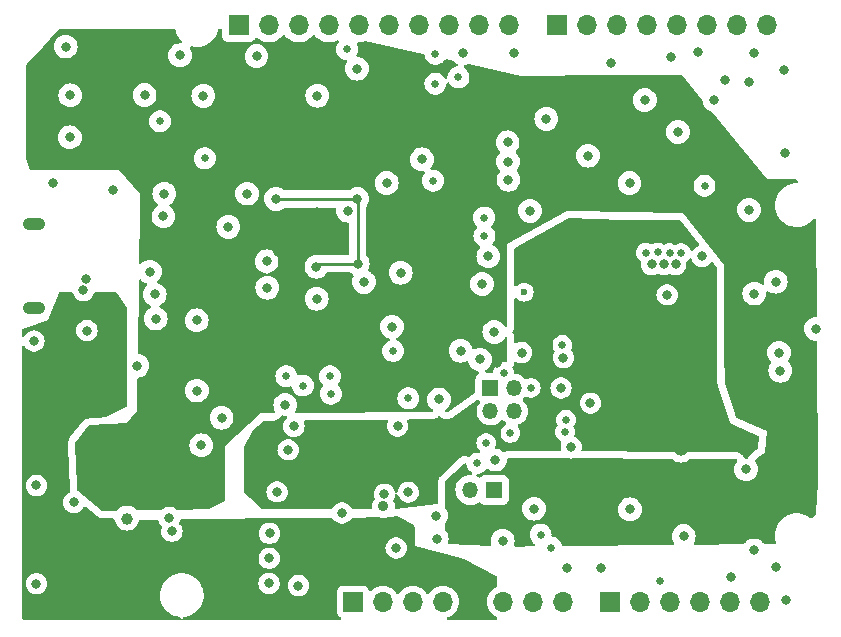
<source format=gbr>
%TF.GenerationSoftware,KiCad,Pcbnew,7.0.1*%
%TF.CreationDate,2023-05-12T19:52:32+02:00*%
%TF.ProjectId,UFO-FPGA,55464f2d-4650-4474-912e-6b696361645f,V0.8*%
%TF.SameCoordinates,Original*%
%TF.FileFunction,Copper,L3,Inr*%
%TF.FilePolarity,Positive*%
%FSLAX46Y46*%
G04 Gerber Fmt 4.6, Leading zero omitted, Abs format (unit mm)*
G04 Created by KiCad (PCBNEW 7.0.1) date 2023-05-12 19:52:32*
%MOMM*%
%LPD*%
G01*
G04 APERTURE LIST*
%TA.AperFunction,ComponentPad*%
%ADD10R,1.700000X1.700000*%
%TD*%
%TA.AperFunction,ComponentPad*%
%ADD11O,1.700000X1.700000*%
%TD*%
%TA.AperFunction,ComponentPad*%
%ADD12O,1.900000X1.050000*%
%TD*%
%TA.AperFunction,ComponentPad*%
%ADD13R,1.350000X1.350000*%
%TD*%
%TA.AperFunction,ComponentPad*%
%ADD14O,1.350000X1.350000*%
%TD*%
%TA.AperFunction,ViaPad*%
%ADD15C,0.800000*%
%TD*%
%TA.AperFunction,ViaPad*%
%ADD16C,0.650000*%
%TD*%
%TA.AperFunction,ViaPad*%
%ADD17C,1.400000*%
%TD*%
%TA.AperFunction,ViaPad*%
%ADD18C,0.900000*%
%TD*%
%TA.AperFunction,ViaPad*%
%ADD19C,1.000000*%
%TD*%
%TA.AperFunction,ViaPad*%
%ADD20C,0.600000*%
%TD*%
%TA.AperFunction,Conductor*%
%ADD21C,0.250000*%
%TD*%
G04 APERTURE END LIST*
D10*
%TO.N,PIN-22*%
%TO.C,J2*%
X161710000Y-99500000D03*
D11*
%TO.N,PIN-21*%
X164250000Y-99500000D03*
%TO.N,PIN-20*%
X166790000Y-99500000D03*
%TO.N,PIN-19*%
X169330000Y-99500000D03*
%TO.N,PIN-18*%
X171870000Y-99500000D03*
%TO.N,AIN1*%
X174410000Y-99500000D03*
%TD*%
D10*
%TO.N,PIN-1*%
%TO.C,J3*%
X130304000Y-50680000D03*
D11*
%TO.N,PIN-2*%
X132844000Y-50680000D03*
%TO.N,PIN-3*%
X135384000Y-50680000D03*
%TO.N,GND*%
X137924000Y-50680000D03*
%TO.N,PIN-4*%
X140464000Y-50680000D03*
%TO.N,PIN-5*%
X143004000Y-50680000D03*
%TO.N,PIN-6*%
X145544000Y-50680000D03*
%TO.N,PIN-7*%
X148084000Y-50680000D03*
%TO.N,PIN-8*%
X150624000Y-50680000D03*
%TO.N,PIN-9*%
X153164000Y-50680000D03*
%TD*%
D12*
%TO.N,unconnected-(J5-Shield-Pad6)*%
%TO.C,J5*%
X112970000Y-67505000D03*
X112970000Y-74655000D03*
%TD*%
D10*
%TO.N,PIN-10*%
%TO.C,J4*%
X157228000Y-50680000D03*
D11*
%TO.N,PIN-11*%
X159768000Y-50680000D03*
%TO.N,PIN-12*%
X162308000Y-50680000D03*
%TO.N,PIN-13*%
X164848000Y-50680000D03*
%TO.N,PIN-14*%
X167388000Y-50680000D03*
%TO.N,PIN-15*%
X169928000Y-50680000D03*
%TO.N,PIN-16*%
X172468000Y-50680000D03*
%TO.N,PIN-17*%
X175008000Y-50680000D03*
%TD*%
D13*
%TO.N,Flash-MISO*%
%TO.C,J6*%
X151610000Y-81380000D03*
D14*
%TO.N,/BANK 4 - SPI Programming/ICE_MISO*%
X153610000Y-81380000D03*
%TO.N,/BANK 4 - SPI Programming/ICE_MOSI*%
X151610000Y-83380000D03*
%TO.N,Flash-MOSI*%
X153610000Y-83380000D03*
%TD*%
D13*
%TO.N,ICE_SS_B*%
%TO.C,JP1*%
X151910000Y-90030000D03*
D14*
%TO.N,/BANK 4 - SPI Programming/N25-CS*%
X149910000Y-90030000D03*
%TD*%
D10*
%TO.N,PIN-25*%
%TO.C,J1*%
X139960000Y-99500000D03*
D11*
%TO.N,PIN-24*%
X142500000Y-99500000D03*
%TO.N,PIN-23*%
X145040000Y-99500000D03*
%TO.N,+3V3*%
X147580000Y-99500000D03*
%TO.N,+5V*%
X150120000Y-99500000D03*
%TO.N,GND*%
X152660000Y-99500000D03*
X155200000Y-99500000D03*
%TO.N,unconnected-(J1-Pin_8-Pad8)*%
X157740000Y-99500000D03*
%TD*%
D15*
%TO.N,+3V3*%
X127825000Y-77325000D03*
X173228000Y-69977000D03*
X143530000Y-62140000D03*
X150000000Y-93700000D03*
X120890000Y-90140000D03*
X121650000Y-88050000D03*
X132560000Y-67410000D03*
X176090000Y-81530000D03*
X139900000Y-62350000D03*
X133600000Y-69925000D03*
X151900000Y-74900000D03*
X131600000Y-54750000D03*
X175895000Y-76962000D03*
D16*
X148800000Y-82150000D03*
D15*
X116025000Y-54825000D03*
X156362400Y-90220800D03*
X161670000Y-63980000D03*
X166410000Y-94210000D03*
X128525000Y-89850000D03*
X115950000Y-62150000D03*
X136900000Y-66500000D03*
X171750000Y-87975000D03*
X125250000Y-78550000D03*
X139500000Y-73850000D03*
X123250000Y-82950000D03*
X152200000Y-79260000D03*
X144740000Y-56260000D03*
X127350000Y-58975000D03*
X122325000Y-54850000D03*
X120940000Y-89030000D03*
X136960000Y-54950000D03*
X134400000Y-73975000D03*
%TO.N,+5V*%
X139200000Y-95100000D03*
D17*
X119410000Y-74150000D03*
D15*
X139250000Y-93550000D03*
X117520000Y-95050000D03*
X120310000Y-95110000D03*
X118940000Y-95030000D03*
X139200000Y-96700000D03*
%TO.N,GND*%
X164680000Y-57020000D03*
X123990000Y-64970000D03*
X127130000Y-86260000D03*
D16*
X155850000Y-93825000D03*
X146950000Y-55650000D03*
D15*
X116025000Y-56625000D03*
X134480000Y-86640000D03*
X158100000Y-96660000D03*
X134225000Y-82850000D03*
X166570000Y-73520000D03*
X121700000Y-79525000D03*
D16*
X139475000Y-52725000D03*
D15*
X136940000Y-56660000D03*
X122325000Y-56600000D03*
X179175000Y-76400000D03*
X117440000Y-76540000D03*
D16*
X165925000Y-97750000D03*
D15*
X158440000Y-86390000D03*
X132875000Y-95825000D03*
X129410000Y-67765500D03*
X143275000Y-76225000D03*
X165250000Y-70940000D03*
X147025000Y-92225000D03*
X123920000Y-66880000D03*
X124640000Y-93540000D03*
X140300000Y-54380000D03*
X176480000Y-54480000D03*
X161800000Y-53930000D03*
X160980000Y-96660000D03*
X150900000Y-72600000D03*
X173925000Y-95150000D03*
X139550000Y-66400000D03*
X155300000Y-91625000D03*
X119680000Y-64630000D03*
X122770000Y-71560000D03*
X113170000Y-89660000D03*
X139050000Y-92000000D03*
X117400000Y-72200000D03*
X171470000Y-55350000D03*
X157580000Y-81410000D03*
X154240000Y-78410000D03*
X144010000Y-71650000D03*
D16*
X148900000Y-55100000D03*
D15*
X131800000Y-53310000D03*
X149075000Y-78250000D03*
X152650000Y-94350000D03*
X176040000Y-78420000D03*
X169140000Y-52960000D03*
X153630000Y-53040000D03*
X114560000Y-64060000D03*
X152010000Y-87470000D03*
X127300000Y-56675000D03*
D16*
X146750000Y-63850000D03*
D15*
X147050000Y-94175000D03*
X125320000Y-53230000D03*
X134970000Y-84650000D03*
X136900000Y-73850000D03*
X116000000Y-60175000D03*
X113170000Y-97980000D03*
X123260000Y-75530000D03*
D16*
X151250000Y-86075000D03*
D15*
X153100000Y-62250000D03*
X131000000Y-64950000D03*
D16*
X152775000Y-80150000D03*
D18*
X142550000Y-91440000D03*
D16*
X144650000Y-82280000D03*
D15*
X166260000Y-70940000D03*
X173510000Y-55500000D03*
X149290000Y-53080000D03*
X126750000Y-81625000D03*
X166870000Y-53360000D03*
X144650000Y-90225000D03*
X173950000Y-73410000D03*
X169510000Y-70260000D03*
X132710000Y-72910000D03*
X167480000Y-59730000D03*
X116340000Y-91100000D03*
X117150000Y-73150000D03*
D19*
X120830000Y-92470000D03*
D15*
X173500000Y-66325000D03*
X151920000Y-76660000D03*
X167280000Y-70940000D03*
X128840000Y-83930000D03*
X163380000Y-64050000D03*
D16*
X127425000Y-61950000D03*
D15*
X167975000Y-93950000D03*
X151430000Y-70250000D03*
X159860000Y-61740000D03*
D16*
X153300000Y-85225000D03*
D15*
X163420000Y-91670000D03*
X172010000Y-97400000D03*
X156340000Y-58620000D03*
X140900000Y-72425000D03*
X176600000Y-99325000D03*
X143750000Y-84630000D03*
X112960000Y-77430000D03*
X154960000Y-66410000D03*
D16*
X138100000Y-81900000D03*
D15*
X153130000Y-63770000D03*
D16*
X151075000Y-66975000D03*
X151100000Y-68525000D03*
X155025000Y-81400000D03*
D15*
X126740000Y-75680000D03*
X173250000Y-88280000D03*
X175750000Y-96575000D03*
X175770000Y-72410000D03*
D16*
X123625000Y-58825000D03*
D15*
X123180000Y-73490000D03*
X173920000Y-53020000D03*
D16*
X146950000Y-53125000D03*
X156750000Y-94950000D03*
D15*
X132900000Y-93710000D03*
X145810000Y-62050000D03*
X132860000Y-97950000D03*
D16*
X134325000Y-80400000D03*
D15*
X160070000Y-82690000D03*
X132650000Y-70675000D03*
X170560000Y-57010000D03*
X133540000Y-90200000D03*
X143625000Y-94950000D03*
X124400000Y-92450000D03*
X153060000Y-60610000D03*
X176570000Y-61520000D03*
X115650000Y-52500000D03*
X142820000Y-64050000D03*
X147250000Y-82375000D03*
D16*
%TO.N,PIN-1*%
X164770000Y-69940000D03*
%TO.N,PIN-3*%
X165769290Y-69919396D03*
%TO.N,PIN-5*%
X166766810Y-69982322D03*
%TO.N,PIN-10*%
X169730000Y-64290000D03*
D15*
%TO.N,/POWER/PG1V2*%
X142630000Y-90410000D03*
X135350000Y-98130000D03*
%TO.N,/BANK 4 - SPI Programming/VCCPLL1*%
X176140000Y-79950000D03*
%TO.N,+1V2*%
X165420000Y-80020000D03*
X157852000Y-71891000D03*
X162179000Y-70739000D03*
X168700000Y-78050000D03*
X139030000Y-88920000D03*
X137680000Y-87950000D03*
X161460000Y-80110000D03*
X137760000Y-86980000D03*
X167740000Y-86720000D03*
X173430000Y-86670000D03*
D20*
%TO.N,ICE_CLK*%
X154460000Y-73290000D03*
D16*
X157700000Y-77750000D03*
D15*
%TO.N,/BANK 4 - SPI Programming/VCCPLL0*%
X157784800Y-78841600D03*
D16*
%TO.N,ICE_CDONE*%
X143375000Y-78275000D03*
X158000000Y-84100000D03*
%TO.N,ICE_SS_B*%
X135725000Y-81200000D03*
%TO.N,ICE_CREST*%
X157925000Y-85150000D03*
X138025000Y-80400000D03*
D15*
%TO.N,+1V8*%
X140350000Y-65400000D03*
X133450000Y-65400000D03*
X136875000Y-71150000D03*
X140375000Y-70875000D03*
%TO.N,/BANK 4 - SPI Programming/N25-CS*%
X150723600Y-78994000D03*
D16*
X150490000Y-87730000D03*
%TO.N,PIN-7*%
X167766283Y-69990049D03*
%TD*%
D21*
%TO.N,+1V8*%
X136875000Y-71150000D02*
X137150000Y-70875000D01*
X140376000Y-65426000D02*
X140376000Y-70874000D01*
X133450000Y-65400000D02*
X140350000Y-65400000D01*
X137150000Y-70875000D02*
X140375000Y-70875000D01*
%TD*%
%TA.AperFunction,Conductor*%
%TO.N,+5V*%
G36*
X116137875Y-73278477D02*
G01*
X116197996Y-73291689D01*
X116247647Y-73328076D01*
X116278352Y-73381427D01*
X116322820Y-73518283D01*
X116417467Y-73682216D01*
X116521901Y-73798202D01*
X116544129Y-73822888D01*
X116697270Y-73934151D01*
X116870197Y-74011144D01*
X117055354Y-74050500D01*
X117244645Y-74050500D01*
X117244646Y-74050500D01*
X117429803Y-74011144D01*
X117602730Y-73934151D01*
X117755871Y-73822888D01*
X117882533Y-73682216D01*
X117977179Y-73518284D01*
X117997151Y-73456816D01*
X118016230Y-73398099D01*
X118047483Y-73344138D01*
X118098083Y-73307693D01*
X118159162Y-73295147D01*
X119880885Y-73309347D01*
X119950616Y-73327325D01*
X120003773Y-73375906D01*
X120825063Y-74612455D01*
X120843615Y-74651922D01*
X120849945Y-74695070D01*
X120844499Y-79220457D01*
X120837207Y-79266320D01*
X120814326Y-79336743D01*
X120794539Y-79524999D01*
X120814326Y-79713256D01*
X120836476Y-79781430D01*
X120843768Y-79827651D01*
X120840110Y-82868112D01*
X120830048Y-82921759D01*
X120801342Y-82968182D01*
X120757844Y-83001153D01*
X119020023Y-83871673D01*
X118962914Y-83887142D01*
X118338740Y-83927544D01*
X118300899Y-83929994D01*
X117616692Y-83974281D01*
X117494464Y-83994909D01*
X117445773Y-84008370D01*
X117330289Y-84053467D01*
X117226417Y-84121137D01*
X117187136Y-84152899D01*
X117099223Y-84240306D01*
X116019791Y-85559614D01*
X115958933Y-85649314D01*
X115937495Y-85687959D01*
X115893602Y-85787079D01*
X115868089Y-85892424D01*
X115861568Y-85936165D01*
X115855245Y-86044349D01*
X115861985Y-86259994D01*
X115861985Y-86259995D01*
X115862503Y-86276574D01*
X115862503Y-86276586D01*
X115979260Y-90012824D01*
X115993529Y-90125917D01*
X115995924Y-90136640D01*
X115995324Y-90204169D01*
X115964975Y-90264498D01*
X115911112Y-90305233D01*
X115887273Y-90315847D01*
X115887270Y-90315848D01*
X115887270Y-90315849D01*
X115863818Y-90332888D01*
X115734127Y-90427113D01*
X115607467Y-90567783D01*
X115512820Y-90731717D01*
X115454326Y-90911742D01*
X115434539Y-91100000D01*
X115454326Y-91288257D01*
X115506714Y-91449491D01*
X115512821Y-91468284D01*
X115541590Y-91518113D01*
X115607467Y-91632216D01*
X115711214Y-91747439D01*
X115734129Y-91772888D01*
X115887270Y-91884151D01*
X116060197Y-91961144D01*
X116245354Y-92000500D01*
X116434645Y-92000500D01*
X116434646Y-92000500D01*
X116619803Y-91961144D01*
X116792730Y-91884151D01*
X116945871Y-91772888D01*
X117072533Y-91632216D01*
X117138399Y-91518131D01*
X117181492Y-91470917D01*
X117240403Y-91446104D01*
X117304291Y-91448261D01*
X117361395Y-91476990D01*
X118149981Y-92117716D01*
X118328243Y-92262554D01*
X118354136Y-92280089D01*
X118415416Y-92321589D01*
X118452949Y-92342495D01*
X118549027Y-92385536D01*
X118651116Y-92411285D01*
X118693526Y-92418130D01*
X118798529Y-92425806D01*
X118798531Y-92425805D01*
X118798532Y-92425806D01*
X119523102Y-92415600D01*
X119569838Y-92422429D01*
X119612091Y-92443547D01*
X119783259Y-92566441D01*
X119825428Y-92613032D01*
X119838122Y-92652572D01*
X119839716Y-92652089D01*
X119901186Y-92854728D01*
X119994087Y-93028534D01*
X119994089Y-93028537D01*
X119994090Y-93028538D01*
X120119117Y-93180883D01*
X120271462Y-93305910D01*
X120271463Y-93305910D01*
X120271465Y-93305912D01*
X120445271Y-93398813D01*
X120445273Y-93398814D01*
X120633868Y-93456024D01*
X120830000Y-93475341D01*
X121026132Y-93456024D01*
X121214727Y-93398814D01*
X121388538Y-93305910D01*
X121540883Y-93180883D01*
X121665910Y-93028538D01*
X121758814Y-92854727D01*
X121811878Y-92679797D01*
X121842036Y-92625269D01*
X121891863Y-92587841D01*
X121952632Y-92574066D01*
X123377736Y-92556655D01*
X123439046Y-92569037D01*
X123489874Y-92605493D01*
X123521260Y-92659600D01*
X123572819Y-92818282D01*
X123667467Y-92982216D01*
X123761959Y-93087160D01*
X123796975Y-93155882D01*
X123792939Y-93232904D01*
X123754325Y-93351745D01*
X123734539Y-93540000D01*
X123754326Y-93728257D01*
X123812820Y-93908282D01*
X123907467Y-94072216D01*
X124018899Y-94195974D01*
X124034129Y-94212888D01*
X124187270Y-94324151D01*
X124360197Y-94401144D01*
X124545354Y-94440500D01*
X124734645Y-94440500D01*
X124734646Y-94440500D01*
X124919803Y-94401144D01*
X125092730Y-94324151D01*
X125245871Y-94212888D01*
X125372533Y-94072216D01*
X125467179Y-93908284D01*
X125525674Y-93728256D01*
X125527593Y-93710000D01*
X131994539Y-93710000D01*
X132014326Y-93898257D01*
X132056298Y-94027434D01*
X132072821Y-94078284D01*
X132123376Y-94165848D01*
X132167467Y-94242216D01*
X132292812Y-94381426D01*
X132294129Y-94382888D01*
X132447270Y-94494151D01*
X132620197Y-94571144D01*
X132805354Y-94610500D01*
X132994645Y-94610500D01*
X132994646Y-94610500D01*
X133179803Y-94571144D01*
X133352730Y-94494151D01*
X133505871Y-94382888D01*
X133632533Y-94242216D01*
X133727179Y-94078284D01*
X133785674Y-93898256D01*
X133805460Y-93710000D01*
X133785674Y-93521744D01*
X133727179Y-93341716D01*
X133632533Y-93177784D01*
X133505871Y-93037112D01*
X133352730Y-92925849D01*
X133179803Y-92848856D01*
X132994646Y-92809500D01*
X132805354Y-92809500D01*
X132761154Y-92818895D01*
X132620196Y-92848856D01*
X132447271Y-92925848D01*
X132294127Y-93037113D01*
X132167467Y-93177783D01*
X132072820Y-93341717D01*
X132014326Y-93521742D01*
X131994539Y-93710000D01*
X125527593Y-93710000D01*
X125545460Y-93540000D01*
X125525674Y-93351744D01*
X125467179Y-93171716D01*
X125372533Y-93007784D01*
X125355405Y-92988761D01*
X125278039Y-92902837D01*
X125250617Y-92858953D01*
X125239859Y-92808336D01*
X125247061Y-92757093D01*
X125255962Y-92729701D01*
X125285674Y-92638256D01*
X125285673Y-92638256D01*
X125286873Y-92634566D01*
X125317447Y-92581361D01*
X125366870Y-92544990D01*
X125426756Y-92531621D01*
X136199099Y-92400011D01*
X136200920Y-92400000D01*
X138155107Y-92400000D01*
X138229607Y-92419962D01*
X138284144Y-92474499D01*
X138317123Y-92531621D01*
X138317468Y-92532217D01*
X138409623Y-92634566D01*
X138444129Y-92672888D01*
X138597270Y-92784151D01*
X138770197Y-92861144D01*
X138955354Y-92900500D01*
X139144645Y-92900500D01*
X139144646Y-92900500D01*
X139329803Y-92861144D01*
X139502730Y-92784151D01*
X139655871Y-92672888D01*
X139782533Y-92532216D01*
X139815855Y-92474499D01*
X139870393Y-92419962D01*
X139944893Y-92400000D01*
X139999997Y-92400000D01*
X140000000Y-92400000D01*
X142168312Y-92325820D01*
X142216647Y-92332148D01*
X142363669Y-92376747D01*
X142550000Y-92395099D01*
X142736331Y-92376747D01*
X142915501Y-92322396D01*
X142929210Y-92315067D01*
X142994351Y-92297561D01*
X143756605Y-92271484D01*
X143798470Y-92276007D01*
X143837399Y-92292062D01*
X145118193Y-93047639D01*
X145171218Y-93100945D01*
X145191462Y-93173357D01*
X145219999Y-94799998D01*
X145220000Y-94800000D01*
X149105682Y-95825000D01*
X149373578Y-95895668D01*
X149405028Y-95907918D01*
X152100934Y-97328342D01*
X152142936Y-97361279D01*
X152170636Y-97406906D01*
X152180477Y-97459367D01*
X152184096Y-98136083D01*
X152173766Y-98191397D01*
X152143660Y-98238936D01*
X152098070Y-98271919D01*
X151982169Y-98325965D01*
X151788600Y-98461503D01*
X151621505Y-98628598D01*
X151485964Y-98822172D01*
X151386097Y-99036336D01*
X151324936Y-99264592D01*
X151304341Y-99499999D01*
X151324936Y-99735407D01*
X151386097Y-99963663D01*
X151485965Y-100177830D01*
X151621505Y-100371401D01*
X151788599Y-100538495D01*
X151982170Y-100674035D01*
X152112684Y-100734895D01*
X152157908Y-100767490D01*
X152187988Y-100814427D01*
X152198711Y-100869134D01*
X152199036Y-100929700D01*
X152187924Y-100986965D01*
X152155679Y-101035576D01*
X152107242Y-101068081D01*
X152050038Y-101079500D01*
X148034926Y-101079500D01*
X147966125Y-101062665D01*
X147912872Y-101015963D01*
X147887201Y-100949948D01*
X147894912Y-100879539D01*
X147934263Y-100820645D01*
X147996363Y-100786577D01*
X148013848Y-100781891D01*
X148043663Y-100773903D01*
X148257830Y-100674035D01*
X148451401Y-100538495D01*
X148618495Y-100371401D01*
X148754035Y-100177830D01*
X148853903Y-99963663D01*
X148915063Y-99735408D01*
X148935659Y-99500000D01*
X148915063Y-99264592D01*
X148853903Y-99036337D01*
X148754035Y-98822171D01*
X148618495Y-98628599D01*
X148451401Y-98461505D01*
X148257830Y-98325965D01*
X148043663Y-98226097D01*
X147999729Y-98214325D01*
X147815407Y-98164936D01*
X147580000Y-98144341D01*
X147344592Y-98164936D01*
X147116336Y-98226097D01*
X146902172Y-98325964D01*
X146708598Y-98461505D01*
X146541505Y-98628598D01*
X146432054Y-98784911D01*
X146378800Y-98831613D01*
X146310000Y-98848448D01*
X146241200Y-98831613D01*
X146187946Y-98784911D01*
X146078494Y-98628598D01*
X145911401Y-98461505D01*
X145911398Y-98461503D01*
X145717830Y-98325965D01*
X145503663Y-98226097D01*
X145459729Y-98214325D01*
X145275407Y-98164936D01*
X145040000Y-98144341D01*
X144804592Y-98164936D01*
X144576336Y-98226097D01*
X144362172Y-98325964D01*
X144168598Y-98461505D01*
X144001505Y-98628598D01*
X143892054Y-98784911D01*
X143838800Y-98831613D01*
X143770000Y-98848448D01*
X143701200Y-98831613D01*
X143647946Y-98784911D01*
X143538494Y-98628598D01*
X143371401Y-98461505D01*
X143371398Y-98461503D01*
X143177830Y-98325965D01*
X142963663Y-98226097D01*
X142919729Y-98214325D01*
X142735407Y-98164936D01*
X142500000Y-98144341D01*
X142264592Y-98164936D01*
X142036336Y-98226097D01*
X141822172Y-98325964D01*
X141628594Y-98461508D01*
X141534179Y-98555923D01*
X141470798Y-98593529D01*
X141397148Y-98596159D01*
X141331246Y-98563170D01*
X141289215Y-98502633D01*
X141277303Y-98470695D01*
X141253796Y-98407669D01*
X141167546Y-98292454D01*
X141052331Y-98206204D01*
X140917483Y-98155909D01*
X140917482Y-98155908D01*
X140917480Y-98155908D01*
X140857876Y-98149500D01*
X139062123Y-98149500D01*
X139002518Y-98155908D01*
X138867670Y-98206203D01*
X138752454Y-98292454D01*
X138666204Y-98407669D01*
X138615908Y-98542519D01*
X138609500Y-98602123D01*
X138609500Y-100397876D01*
X138615908Y-100457481D01*
X138627082Y-100487441D01*
X138666204Y-100592331D01*
X138752454Y-100707546D01*
X138865421Y-100792113D01*
X138884820Y-100806635D01*
X138884362Y-100807246D01*
X138916871Y-100828968D01*
X138950783Y-100888521D01*
X138954452Y-100956955D01*
X138927100Y-101019792D01*
X138874514Y-101063740D01*
X138807819Y-101079500D01*
X125674039Y-101079500D01*
X125601116Y-101060435D01*
X125546854Y-101008120D01*
X125525138Y-100935942D01*
X125541527Y-100862371D01*
X125591825Y-100806234D01*
X125663162Y-100781898D01*
X125725969Y-100777300D01*
X125748156Y-100775677D01*
X126012553Y-100716780D01*
X126096887Y-100684524D01*
X126265554Y-100620016D01*
X126265558Y-100620014D01*
X126501777Y-100487441D01*
X126716177Y-100321888D01*
X126904186Y-100126881D01*
X127061799Y-99906579D01*
X127185656Y-99665675D01*
X127273118Y-99409305D01*
X127322319Y-99142933D01*
X127332212Y-98872235D01*
X127302586Y-98602982D01*
X127234072Y-98340912D01*
X127224455Y-98318282D01*
X127128130Y-98091610D01*
X127041706Y-97949999D01*
X131954539Y-97949999D01*
X131974326Y-98138257D01*
X131996403Y-98206204D01*
X132032821Y-98318284D01*
X132084427Y-98407669D01*
X132127467Y-98482216D01*
X132236205Y-98602982D01*
X132254129Y-98622888D01*
X132407270Y-98734151D01*
X132580197Y-98811144D01*
X132765354Y-98850500D01*
X132954645Y-98850500D01*
X132954646Y-98850500D01*
X133139803Y-98811144D01*
X133312730Y-98734151D01*
X133465871Y-98622888D01*
X133592533Y-98482216D01*
X133687179Y-98318284D01*
X133745674Y-98138256D01*
X133746542Y-98129999D01*
X134444539Y-98129999D01*
X134464326Y-98318257D01*
X134513856Y-98470695D01*
X134522821Y-98498284D01*
X134617467Y-98662216D01*
X134744129Y-98802888D01*
X134897270Y-98914151D01*
X135070197Y-98991144D01*
X135255354Y-99030500D01*
X135444645Y-99030500D01*
X135444646Y-99030500D01*
X135629803Y-98991144D01*
X135802730Y-98914151D01*
X135955871Y-98802888D01*
X136082533Y-98662216D01*
X136177179Y-98498284D01*
X136235674Y-98318256D01*
X136255460Y-98130000D01*
X136235674Y-97941744D01*
X136177179Y-97761716D01*
X136082533Y-97597784D01*
X135968752Y-97471418D01*
X135955872Y-97457113D01*
X135943032Y-97447784D01*
X135802730Y-97345849D01*
X135629803Y-97268856D01*
X135444646Y-97229500D01*
X135255354Y-97229500D01*
X135162775Y-97249178D01*
X135070196Y-97268856D01*
X134897271Y-97345848D01*
X134744127Y-97457113D01*
X134617467Y-97597783D01*
X134522820Y-97761717D01*
X134464326Y-97941742D01*
X134444539Y-98129999D01*
X133746542Y-98129999D01*
X133765460Y-97950000D01*
X133745674Y-97761744D01*
X133687179Y-97581716D01*
X133592533Y-97417784D01*
X133465871Y-97277112D01*
X133312730Y-97165849D01*
X133139803Y-97088856D01*
X132954646Y-97049500D01*
X132765354Y-97049500D01*
X132672775Y-97069177D01*
X132580196Y-97088856D01*
X132407271Y-97165848D01*
X132254127Y-97277113D01*
X132127467Y-97417783D01*
X132032820Y-97581717D01*
X131974326Y-97761742D01*
X131954539Y-97949999D01*
X127041706Y-97949999D01*
X126987020Y-97860393D01*
X126929890Y-97791744D01*
X126813745Y-97652180D01*
X126612002Y-97471418D01*
X126386090Y-97321956D01*
X126386086Y-97321954D01*
X126140826Y-97206980D01*
X125995372Y-97163220D01*
X125881431Y-97128940D01*
X125881427Y-97128939D01*
X125881426Y-97128939D01*
X125613439Y-97089500D01*
X125410369Y-97089500D01*
X125410363Y-97089500D01*
X125207844Y-97104322D01*
X124943444Y-97163220D01*
X124690445Y-97259983D01*
X124454219Y-97392561D01*
X124239827Y-97558108D01*
X124051812Y-97753121D01*
X123894200Y-97973420D01*
X123770343Y-98214325D01*
X123682882Y-98470691D01*
X123633681Y-98737066D01*
X123633681Y-98737067D01*
X123624396Y-98991144D01*
X123623788Y-99007768D01*
X123653414Y-99277017D01*
X123721928Y-99539090D01*
X123827869Y-99788389D01*
X123968979Y-100019606D01*
X124100651Y-100177828D01*
X124142255Y-100227820D01*
X124343998Y-100408582D01*
X124569910Y-100558044D01*
X124643047Y-100592329D01*
X124815173Y-100673019D01*
X124815175Y-100673019D01*
X124815176Y-100673020D01*
X125074569Y-100751060D01*
X125284111Y-100781898D01*
X125292197Y-100783088D01*
X125360124Y-100811467D01*
X125406174Y-100868903D01*
X125419105Y-100941376D01*
X125395760Y-101011194D01*
X125341838Y-101061314D01*
X125270502Y-101079500D01*
X112279765Y-101079500D01*
X112260316Y-101078225D01*
X112246989Y-101076470D01*
X112195884Y-101069742D01*
X112158314Y-101059675D01*
X112107372Y-101038574D01*
X112073687Y-101019126D01*
X112029942Y-100985559D01*
X112002440Y-100958057D01*
X111985470Y-100935942D01*
X111968871Y-100914310D01*
X111949425Y-100880627D01*
X111928323Y-100829682D01*
X111918257Y-100792113D01*
X111915015Y-100767490D01*
X111909775Y-100727683D01*
X111908500Y-100708235D01*
X111908500Y-100638227D01*
X111908479Y-100638094D01*
X111907848Y-97979999D01*
X112264539Y-97979999D01*
X112284326Y-98168257D01*
X112340425Y-98340912D01*
X112342821Y-98348284D01*
X112437467Y-98512216D01*
X112564129Y-98652888D01*
X112717270Y-98764151D01*
X112890197Y-98841144D01*
X113075354Y-98880500D01*
X113264645Y-98880500D01*
X113264646Y-98880500D01*
X113449803Y-98841144D01*
X113622730Y-98764151D01*
X113775871Y-98652888D01*
X113902533Y-98512216D01*
X113997179Y-98348284D01*
X114055674Y-98168256D01*
X114075460Y-97980000D01*
X114074768Y-97973420D01*
X114062889Y-97860393D01*
X114055674Y-97791744D01*
X113997179Y-97611716D01*
X113902533Y-97447784D01*
X113775871Y-97307112D01*
X113622730Y-97195849D01*
X113555347Y-97165848D01*
X113449803Y-97118856D01*
X113381425Y-97104322D01*
X113264646Y-97079500D01*
X113075354Y-97079500D01*
X112982775Y-97099177D01*
X112890196Y-97118856D01*
X112717271Y-97195848D01*
X112564127Y-97307113D01*
X112437467Y-97447783D01*
X112342820Y-97611717D01*
X112284326Y-97791742D01*
X112264539Y-97979999D01*
X111907848Y-97979999D01*
X111907336Y-95825000D01*
X131969539Y-95825000D01*
X131989326Y-96013256D01*
X132047821Y-96193284D01*
X132142467Y-96357216D01*
X132269129Y-96497888D01*
X132422270Y-96609151D01*
X132595197Y-96686144D01*
X132780354Y-96725500D01*
X132969645Y-96725500D01*
X132969646Y-96725500D01*
X133154803Y-96686144D01*
X133327730Y-96609151D01*
X133480871Y-96497888D01*
X133607533Y-96357216D01*
X133702179Y-96193284D01*
X133760674Y-96013256D01*
X133780460Y-95825000D01*
X133760674Y-95636744D01*
X133702179Y-95456716D01*
X133607533Y-95292784D01*
X133480871Y-95152112D01*
X133327730Y-95040849D01*
X133154803Y-94963856D01*
X133089610Y-94949999D01*
X142719539Y-94949999D01*
X142739326Y-95138257D01*
X142782429Y-95270915D01*
X142797821Y-95318284D01*
X142892467Y-95482216D01*
X143019129Y-95622888D01*
X143172270Y-95734151D01*
X143345197Y-95811144D01*
X143530354Y-95850500D01*
X143719645Y-95850500D01*
X143719646Y-95850500D01*
X143904803Y-95811144D01*
X144077730Y-95734151D01*
X144230871Y-95622888D01*
X144357533Y-95482216D01*
X144452179Y-95318284D01*
X144510674Y-95138256D01*
X144530460Y-94950000D01*
X144510674Y-94761744D01*
X144452179Y-94581716D01*
X144357533Y-94417784D01*
X144230871Y-94277112D01*
X144077730Y-94165849D01*
X143904803Y-94088856D01*
X143719646Y-94049500D01*
X143530354Y-94049500D01*
X143461600Y-94064114D01*
X143345196Y-94088856D01*
X143172271Y-94165848D01*
X143019127Y-94277113D01*
X142892467Y-94417783D01*
X142797820Y-94581717D01*
X142739326Y-94761742D01*
X142719539Y-94949999D01*
X133089610Y-94949999D01*
X132969646Y-94924500D01*
X132780354Y-94924500D01*
X132724030Y-94936472D01*
X132595196Y-94963856D01*
X132422271Y-95040848D01*
X132269127Y-95152113D01*
X132142467Y-95292783D01*
X132047820Y-95456717D01*
X131989326Y-95636742D01*
X131969539Y-95825000D01*
X111907336Y-95825000D01*
X111905873Y-89659999D01*
X112264539Y-89659999D01*
X112284326Y-89848257D01*
X112342820Y-90028282D01*
X112437467Y-90192216D01*
X112560570Y-90328936D01*
X112564129Y-90332888D01*
X112717270Y-90444151D01*
X112890197Y-90521144D01*
X113075354Y-90560500D01*
X113264645Y-90560500D01*
X113264646Y-90560500D01*
X113449803Y-90521144D01*
X113622730Y-90444151D01*
X113775871Y-90332888D01*
X113902533Y-90192216D01*
X113997179Y-90028284D01*
X114055674Y-89848256D01*
X114075460Y-89660000D01*
X114055674Y-89471744D01*
X113997179Y-89291716D01*
X113902533Y-89127784D01*
X113775871Y-88987112D01*
X113622730Y-88875849D01*
X113449803Y-88798856D01*
X113264646Y-88759500D01*
X113075354Y-88759500D01*
X112982775Y-88779178D01*
X112890196Y-88798856D01*
X112717271Y-88875848D01*
X112564127Y-88987113D01*
X112437467Y-89127783D01*
X112342820Y-89291717D01*
X112284326Y-89471742D01*
X112264539Y-89659999D01*
X111905873Y-89659999D01*
X111903095Y-77956493D01*
X111917043Y-77893520D01*
X111956302Y-77842338D01*
X112013514Y-77812545D01*
X112077957Y-77809725D01*
X112137553Y-77834406D01*
X112181133Y-77881963D01*
X112227467Y-77962216D01*
X112282276Y-78023088D01*
X112354129Y-78102888D01*
X112507270Y-78214151D01*
X112680197Y-78291144D01*
X112865354Y-78330500D01*
X113054645Y-78330500D01*
X113054646Y-78330500D01*
X113239803Y-78291144D01*
X113412730Y-78214151D01*
X113565871Y-78102888D01*
X113692533Y-77962216D01*
X113787179Y-77798284D01*
X113845674Y-77618256D01*
X113865460Y-77430000D01*
X113845674Y-77241744D01*
X113787179Y-77061716D01*
X113692533Y-76897784D01*
X113565871Y-76757112D01*
X113412730Y-76645849D01*
X113239803Y-76568856D01*
X113104040Y-76539999D01*
X116534539Y-76539999D01*
X116554326Y-76728257D01*
X116611430Y-76904005D01*
X116612821Y-76908284D01*
X116707467Y-77072216D01*
X116834129Y-77212888D01*
X116987270Y-77324151D01*
X117160197Y-77401144D01*
X117345354Y-77440500D01*
X117534645Y-77440500D01*
X117534646Y-77440500D01*
X117719803Y-77401144D01*
X117892730Y-77324151D01*
X118045871Y-77212888D01*
X118172533Y-77072216D01*
X118267179Y-76908284D01*
X118325674Y-76728256D01*
X118345460Y-76540000D01*
X118325674Y-76351744D01*
X118267179Y-76171716D01*
X118172533Y-76007784D01*
X118045871Y-75867112D01*
X117892730Y-75755849D01*
X117719803Y-75678856D01*
X117534646Y-75639500D01*
X117345354Y-75639500D01*
X117252775Y-75659178D01*
X117160196Y-75678856D01*
X116987271Y-75755848D01*
X116834127Y-75867113D01*
X116707467Y-76007783D01*
X116612820Y-76171717D01*
X116554326Y-76351742D01*
X116534539Y-76539999D01*
X113104040Y-76539999D01*
X113054646Y-76529500D01*
X112865354Y-76529500D01*
X112815960Y-76539999D01*
X112680196Y-76568856D01*
X112507271Y-76645848D01*
X112354127Y-76757113D01*
X112227467Y-76897783D01*
X112180883Y-76978469D01*
X112126351Y-77033003D01*
X112051859Y-77052969D01*
X111977363Y-77033017D01*
X111922821Y-76978494D01*
X111902846Y-76904009D01*
X111902763Y-76556130D01*
X111914907Y-76497180D01*
X111949389Y-76447839D01*
X112000575Y-76416170D01*
X114150000Y-75630000D01*
X115071891Y-73363684D01*
X115104392Y-73314627D01*
X115153353Y-73281979D01*
X115211136Y-73270834D01*
X116137875Y-73278477D01*
G37*
%TD.AperFunction*%
%TD*%
%TA.AperFunction,Conductor*%
%TO.N,+1V2*%
G36*
X162796239Y-67153241D02*
G01*
X162803128Y-67153388D01*
X162805941Y-67153432D01*
X162812787Y-67153500D01*
X167537458Y-67173976D01*
X167591033Y-67186405D01*
X167633964Y-67220782D01*
X169231172Y-69228700D01*
X169255248Y-69279317D01*
X169254576Y-69335365D01*
X169229293Y-69385391D01*
X169184565Y-69419172D01*
X169057269Y-69475848D01*
X168904129Y-69587110D01*
X168777467Y-69727782D01*
X168770560Y-69739747D01*
X168731793Y-69781029D01*
X168678713Y-69800768D01*
X168622393Y-69794848D01*
X168574578Y-69764504D01*
X168545242Y-69716063D01*
X168524569Y-69652438D01*
X168437805Y-69502160D01*
X168437804Y-69502159D01*
X168321693Y-69373204D01*
X168211103Y-69292855D01*
X168181306Y-69271206D01*
X168022779Y-69200625D01*
X167853049Y-69164549D01*
X167853047Y-69164549D01*
X167679519Y-69164549D01*
X167679517Y-69164549D01*
X167509784Y-69200626D01*
X167351258Y-69271207D01*
X167344745Y-69275939D01*
X167297641Y-69296909D01*
X167246080Y-69296908D01*
X167198977Y-69275935D01*
X167181834Y-69263479D01*
X167023306Y-69192898D01*
X166853576Y-69156822D01*
X166853574Y-69156822D01*
X166680046Y-69156822D01*
X166680044Y-69156822D01*
X166510313Y-69192898D01*
X166367050Y-69256684D01*
X166303653Y-69266725D01*
X166243729Y-69243722D01*
X166239093Y-69240354D01*
X166210231Y-69219384D01*
X166184313Y-69200553D01*
X166025786Y-69129972D01*
X165856056Y-69093896D01*
X165856054Y-69093896D01*
X165682526Y-69093896D01*
X165682524Y-69093896D01*
X165512791Y-69129973D01*
X165354268Y-69200553D01*
X165328348Y-69219384D01*
X165281245Y-69240355D01*
X165229685Y-69240354D01*
X165197185Y-69225885D01*
X165196930Y-69226459D01*
X165181039Y-69219384D01*
X165138911Y-69200627D01*
X165026498Y-69150577D01*
X164856766Y-69114500D01*
X164856764Y-69114500D01*
X164683236Y-69114500D01*
X164683234Y-69114500D01*
X164513505Y-69150576D01*
X164354975Y-69221158D01*
X164214589Y-69323156D01*
X164098477Y-69452111D01*
X164011713Y-69602389D01*
X163958093Y-69767420D01*
X163958092Y-69767424D01*
X163939953Y-69940000D01*
X163958092Y-70112576D01*
X163958093Y-70112579D01*
X164011713Y-70277610D01*
X164011714Y-70277611D01*
X164098478Y-70427889D01*
X164214590Y-70556845D01*
X164314817Y-70629665D01*
X164355210Y-70679546D01*
X164365251Y-70742942D01*
X164363895Y-70755849D01*
X164344540Y-70940000D01*
X164354432Y-71034127D01*
X164364326Y-71128257D01*
X164422820Y-71308284D01*
X164517466Y-71472216D01*
X164644129Y-71612889D01*
X164797269Y-71724151D01*
X164970197Y-71801144D01*
X165155352Y-71840500D01*
X165155354Y-71840500D01*
X165344646Y-71840500D01*
X165344648Y-71840500D01*
X165468083Y-71814262D01*
X165529803Y-71801144D01*
X165702730Y-71724151D01*
X165702731Y-71724149D01*
X165704564Y-71723334D01*
X165755000Y-71712613D01*
X165805436Y-71723334D01*
X165807268Y-71724149D01*
X165807270Y-71724151D01*
X165933855Y-71780511D01*
X165980197Y-71801144D01*
X166165352Y-71840500D01*
X166165354Y-71840500D01*
X166354646Y-71840500D01*
X166354648Y-71840500D01*
X166478083Y-71814262D01*
X166539803Y-71801144D01*
X166702648Y-71728640D01*
X166719563Y-71721109D01*
X166769999Y-71710388D01*
X166820435Y-71721108D01*
X166827270Y-71724151D01*
X167000197Y-71801144D01*
X167000200Y-71801144D01*
X167000201Y-71801145D01*
X167185352Y-71840500D01*
X167185354Y-71840500D01*
X167374646Y-71840500D01*
X167374648Y-71840500D01*
X167498083Y-71814262D01*
X167559803Y-71801144D01*
X167732730Y-71724151D01*
X167829515Y-71653833D01*
X167885870Y-71612889D01*
X168012533Y-71472216D01*
X168107179Y-71308284D01*
X168132621Y-71229981D01*
X168165674Y-71128256D01*
X168185460Y-70940000D01*
X168170081Y-70793679D01*
X168180122Y-70730286D01*
X168220514Y-70680405D01*
X168321693Y-70606894D01*
X168437805Y-70477938D01*
X168437804Y-70477938D01*
X168438241Y-70477454D01*
X168492073Y-70442495D01*
X168556172Y-70439136D01*
X168613363Y-70468276D01*
X168648322Y-70522108D01*
X168682820Y-70628284D01*
X168777466Y-70792216D01*
X168904129Y-70932889D01*
X169057269Y-71044151D01*
X169230197Y-71121144D01*
X169415352Y-71160500D01*
X169415354Y-71160500D01*
X169604646Y-71160500D01*
X169604648Y-71160500D01*
X169728083Y-71134262D01*
X169789803Y-71121144D01*
X169962730Y-71044151D01*
X170115871Y-70932888D01*
X170242533Y-70792216D01*
X170249189Y-70780686D01*
X170290637Y-70737671D01*
X170347387Y-70719025D01*
X170406269Y-70729076D01*
X170453620Y-70765491D01*
X170736526Y-71121144D01*
X170758556Y-71148838D01*
X170778499Y-71184915D01*
X170785513Y-71225537D01*
X170791104Y-72628827D01*
X170794216Y-73410004D01*
X170794226Y-73412412D01*
X170794226Y-73412433D01*
X170814176Y-78420004D01*
X170814186Y-78422412D01*
X170814186Y-78422433D01*
X170817976Y-79373816D01*
X170824424Y-80992223D01*
X170828626Y-81041715D01*
X170832683Y-81089509D01*
X170839246Y-81128822D01*
X170863033Y-81223511D01*
X171838996Y-84102602D01*
X171891389Y-84216650D01*
X171891390Y-84216651D01*
X171917433Y-84260647D01*
X171992209Y-84361438D01*
X172086157Y-84444648D01*
X172086164Y-84444653D01*
X172127733Y-84474396D01*
X172127737Y-84474398D01*
X172236831Y-84536459D01*
X174287766Y-85436131D01*
X174329074Y-85465585D01*
X174355129Y-85509118D01*
X174361569Y-85559442D01*
X174288947Y-86479653D01*
X174268026Y-86539393D01*
X174220345Y-86581025D01*
X174013491Y-86683429D01*
X174013487Y-86683431D01*
X173941391Y-86729201D01*
X173905341Y-86752088D01*
X173864511Y-86784545D01*
X173773233Y-86874408D01*
X173718405Y-86941217D01*
X173701218Y-86958404D01*
X173652739Y-86998190D01*
X173594933Y-87052332D01*
X173544682Y-87113563D01*
X173507299Y-87165732D01*
X173428075Y-87313953D01*
X173382465Y-87361858D01*
X173318716Y-87379500D01*
X173187472Y-87379500D01*
X173121001Y-87360179D01*
X173075245Y-87308237D01*
X173044172Y-87242111D01*
X173022598Y-87196200D01*
X173022596Y-87196197D01*
X173022595Y-87196195D01*
X172955997Y-87104280D01*
X172910500Y-87052502D01*
X172827902Y-86974621D01*
X172732235Y-86913535D01*
X172626829Y-86871373D01*
X172560721Y-86851888D01*
X172477519Y-86833611D01*
X172392554Y-86827192D01*
X168520336Y-86807799D01*
X168416042Y-86816319D01*
X168373940Y-86823460D01*
X168272657Y-86849816D01*
X168177416Y-86893220D01*
X168140249Y-86914213D01*
X168053895Y-86973379D01*
X167969951Y-87042271D01*
X167949741Y-87055775D01*
X167902661Y-87080940D01*
X167880203Y-87090242D01*
X167829117Y-87105739D01*
X167805273Y-87110482D01*
X167752151Y-87115713D01*
X167727847Y-87115713D01*
X167674725Y-87110482D01*
X167650881Y-87105739D01*
X167599795Y-87090242D01*
X167577337Y-87080940D01*
X167530257Y-87055775D01*
X167510046Y-87042270D01*
X167416566Y-86965553D01*
X167331548Y-86907146D01*
X167327066Y-86904600D01*
X167294948Y-86886352D01*
X167269003Y-86874409D01*
X167201253Y-86843222D01*
X167101608Y-86816624D01*
X167060157Y-86809271D01*
X166957423Y-86799971D01*
X159435923Y-86762301D01*
X159379834Y-86748575D01*
X159336043Y-86710936D01*
X159314046Y-86657546D01*
X159318612Y-86599988D01*
X159325674Y-86578256D01*
X159345460Y-86390000D01*
X159325674Y-86201744D01*
X159274533Y-86044348D01*
X159267179Y-86021715D01*
X159172533Y-85857783D01*
X159045870Y-85717110D01*
X158892730Y-85605848D01*
X158778189Y-85554850D01*
X158730911Y-85517912D01*
X158706509Y-85463103D01*
X158710693Y-85403256D01*
X158736908Y-85322576D01*
X158755047Y-85150000D01*
X158736908Y-84977424D01*
X158683286Y-84812389D01*
X158644760Y-84745660D01*
X158628826Y-84696622D01*
X158634216Y-84645341D01*
X158659997Y-84600688D01*
X158671522Y-84587889D01*
X158758286Y-84437611D01*
X158811908Y-84272576D01*
X158830047Y-84100000D01*
X158811908Y-83927424D01*
X158758286Y-83762389D01*
X158671522Y-83612111D01*
X158555410Y-83483155D01*
X158415024Y-83381158D01*
X158415023Y-83381157D01*
X158256496Y-83310576D01*
X158086766Y-83274500D01*
X158086764Y-83274500D01*
X157913236Y-83274500D01*
X157913234Y-83274500D01*
X157743505Y-83310576D01*
X157584975Y-83381158D01*
X157444589Y-83483156D01*
X157328477Y-83612111D01*
X157241713Y-83762389D01*
X157188133Y-83927298D01*
X157188092Y-83927424D01*
X157169953Y-84100000D01*
X157188092Y-84272576D01*
X157188093Y-84272579D01*
X157241713Y-84437610D01*
X157280239Y-84504339D01*
X157296173Y-84553377D01*
X157290783Y-84604656D01*
X157265003Y-84649310D01*
X157253477Y-84662110D01*
X157166713Y-84812389D01*
X157113093Y-84977420D01*
X157113092Y-84977424D01*
X157094953Y-85150000D01*
X157113092Y-85322576D01*
X157113093Y-85322579D01*
X157166713Y-85487610D01*
X157234978Y-85605848D01*
X157253478Y-85637889D01*
X157369590Y-85766845D01*
X157472815Y-85841843D01*
X157509977Y-85868843D01*
X157541218Y-85882752D01*
X157588497Y-85919689D01*
X157612900Y-85974499D01*
X157608715Y-86034350D01*
X157554326Y-86201742D01*
X157540065Y-86337431D01*
X157534540Y-86390000D01*
X157540180Y-86443662D01*
X157554326Y-86578258D01*
X157558138Y-86589989D01*
X157562655Y-86647858D01*
X157540340Y-86701442D01*
X157496085Y-86739000D01*
X157439585Y-86752302D01*
X153142632Y-86730782D01*
X153058412Y-86736242D01*
X153058407Y-86736242D01*
X153058407Y-86736243D01*
X152975760Y-86753362D01*
X152975755Y-86753363D01*
X152975747Y-86753365D01*
X152910012Y-86771841D01*
X152805037Y-86812195D01*
X152780224Y-86827512D01*
X152726166Y-86845499D01*
X152669771Y-86837415D01*
X152622943Y-86804966D01*
X152615870Y-86797110D01*
X152462730Y-86685848D01*
X152289802Y-86608855D01*
X152101534Y-86568838D01*
X152041178Y-86536746D01*
X152006998Y-86477547D01*
X152009383Y-86409231D01*
X152061908Y-86247576D01*
X152080047Y-86075000D01*
X152061908Y-85902424D01*
X152008286Y-85737389D01*
X151921522Y-85587111D01*
X151805410Y-85458155D01*
X151665024Y-85356158D01*
X151665023Y-85356157D01*
X151506496Y-85285576D01*
X151336766Y-85249500D01*
X151336764Y-85249500D01*
X151163236Y-85249500D01*
X151163234Y-85249500D01*
X150993505Y-85285576D01*
X150834975Y-85356158D01*
X150694589Y-85458156D01*
X150578477Y-85587111D01*
X150491713Y-85737389D01*
X150438093Y-85902420D01*
X150438092Y-85902424D01*
X150419953Y-86075000D01*
X150438092Y-86247576D01*
X150438093Y-86247579D01*
X150491713Y-86412610D01*
X150578477Y-86562888D01*
X150592314Y-86578255D01*
X150694590Y-86691845D01*
X150694591Y-86691846D01*
X150703311Y-86701530D01*
X150700349Y-86704196D01*
X150726510Y-86737186D01*
X150734882Y-86803356D01*
X150707763Y-86864292D01*
X150652998Y-86902362D01*
X150586432Y-86906554D01*
X150576767Y-86904500D01*
X150576764Y-86904500D01*
X150403236Y-86904500D01*
X150403234Y-86904500D01*
X150233505Y-86940576D01*
X150074975Y-87011158D01*
X149978930Y-87080940D01*
X149934590Y-87113155D01*
X149881412Y-87172216D01*
X149863400Y-87192220D01*
X149823999Y-87221469D01*
X149776337Y-87233144D01*
X149727879Y-87225416D01*
X149654339Y-87197960D01*
X149544267Y-87178780D01*
X149476620Y-87173348D01*
X149476617Y-87173348D01*
X149428736Y-87173935D01*
X149364892Y-87174718D01*
X149255329Y-87196592D01*
X149151646Y-87238226D01*
X149091269Y-87269217D01*
X149019501Y-87312583D01*
X148954414Y-87365447D01*
X147386082Y-88830696D01*
X147304551Y-88924277D01*
X147275425Y-88965592D01*
X147214698Y-89073803D01*
X147177305Y-89192124D01*
X147167090Y-89241633D01*
X147154601Y-89365121D01*
X147155854Y-90029997D01*
X147157872Y-91102508D01*
X147144015Y-91159702D01*
X147105349Y-91204067D01*
X147050584Y-91225610D01*
X143633855Y-91690347D01*
X143578625Y-91685344D01*
X143531099Y-91656767D01*
X143500783Y-91610331D01*
X143493740Y-91555325D01*
X143505099Y-91440000D01*
X143486747Y-91253669D01*
X143432396Y-91074499D01*
X143394578Y-91003747D01*
X143379954Y-90943267D01*
X143396549Y-90883298D01*
X143457179Y-90778284D01*
X143515674Y-90598256D01*
X143530160Y-90460418D01*
X143554711Y-90398412D01*
X143607833Y-90358090D01*
X143674160Y-90351118D01*
X143734505Y-90379515D01*
X143771412Y-90435064D01*
X143822820Y-90593284D01*
X143917466Y-90757216D01*
X144044129Y-90897889D01*
X144197269Y-91009151D01*
X144370197Y-91086144D01*
X144555352Y-91125500D01*
X144555354Y-91125500D01*
X144744646Y-91125500D01*
X144744648Y-91125500D01*
X144868084Y-91099262D01*
X144929803Y-91086144D01*
X145102730Y-91009151D01*
X145194051Y-90942803D01*
X145255870Y-90897889D01*
X145382533Y-90757216D01*
X145477179Y-90593284D01*
X145528588Y-90435064D01*
X145535674Y-90413256D01*
X145555460Y-90225000D01*
X145535674Y-90036744D01*
X145505332Y-89943363D01*
X145477179Y-89856715D01*
X145382533Y-89692783D01*
X145255870Y-89552110D01*
X145102730Y-89440848D01*
X144929802Y-89363855D01*
X144744648Y-89324500D01*
X144744646Y-89324500D01*
X144555354Y-89324500D01*
X144555352Y-89324500D01*
X144370197Y-89363855D01*
X144197269Y-89440848D01*
X144044129Y-89552110D01*
X143917466Y-89692783D01*
X143822820Y-89856715D01*
X143764326Y-90036742D01*
X143749839Y-90174579D01*
X143725287Y-90236588D01*
X143672165Y-90276909D01*
X143605838Y-90283880D01*
X143545493Y-90255484D01*
X143508588Y-90199937D01*
X143457179Y-90041716D01*
X143457179Y-90041715D01*
X143362533Y-89877783D01*
X143235870Y-89737110D01*
X143082730Y-89625848D01*
X142909802Y-89548855D01*
X142724648Y-89509500D01*
X142724646Y-89509500D01*
X142535354Y-89509500D01*
X142535352Y-89509500D01*
X142350197Y-89548855D01*
X142177269Y-89625848D01*
X142024129Y-89737110D01*
X141897466Y-89877783D01*
X141802820Y-90041715D01*
X141744326Y-90221742D01*
X141724540Y-90409999D01*
X141744326Y-90598257D01*
X141799048Y-90766673D01*
X141802966Y-90827986D01*
X141776972Y-90883654D01*
X141755863Y-90909375D01*
X141667603Y-91074499D01*
X141613253Y-91253667D01*
X141598534Y-91403116D01*
X141594901Y-91440000D01*
X141606259Y-91555323D01*
X141606508Y-91557846D01*
X141594317Y-91624844D01*
X141548585Y-91675301D01*
X141483105Y-91694000D01*
X139984730Y-91694000D01*
X139922730Y-91677387D01*
X139877343Y-91632000D01*
X139782533Y-91467783D01*
X139655870Y-91327110D01*
X139502730Y-91215848D01*
X139329802Y-91138855D01*
X139144648Y-91099500D01*
X139144646Y-91099500D01*
X138955354Y-91099500D01*
X138955352Y-91099500D01*
X138770197Y-91138855D01*
X138597269Y-91215848D01*
X138444129Y-91327110D01*
X138317466Y-91467783D01*
X138222657Y-91632000D01*
X138177270Y-91677387D01*
X138115270Y-91694000D01*
X132351295Y-91694000D01*
X132307105Y-91685859D01*
X132268718Y-91662505D01*
X132262290Y-91656767D01*
X131639146Y-91100500D01*
X130761569Y-90317107D01*
X130730908Y-90275131D01*
X130720146Y-90224277D01*
X130720210Y-90200000D01*
X132634540Y-90200000D01*
X132654326Y-90388257D01*
X132712820Y-90568284D01*
X132807466Y-90732216D01*
X132934129Y-90872889D01*
X133087269Y-90984151D01*
X133260197Y-91061144D01*
X133445352Y-91100500D01*
X133445354Y-91100500D01*
X133634646Y-91100500D01*
X133634648Y-91100500D01*
X133758084Y-91074262D01*
X133819803Y-91061144D01*
X133992730Y-90984151D01*
X134050449Y-90942216D01*
X134145870Y-90872889D01*
X134272533Y-90732216D01*
X134367179Y-90568284D01*
X134410465Y-90435064D01*
X134425674Y-90388256D01*
X134445460Y-90200000D01*
X134425674Y-90011744D01*
X134395332Y-89918363D01*
X134367179Y-89831715D01*
X134272533Y-89667783D01*
X134145870Y-89527110D01*
X133992730Y-89415848D01*
X133819802Y-89338855D01*
X133634648Y-89299500D01*
X133634646Y-89299500D01*
X133445354Y-89299500D01*
X133445352Y-89299500D01*
X133260197Y-89338855D01*
X133087269Y-89415848D01*
X132934129Y-89527110D01*
X132807466Y-89667783D01*
X132712820Y-89831715D01*
X132654326Y-90011742D01*
X132634540Y-90200000D01*
X130720210Y-90200000D01*
X130720210Y-90199935D01*
X130729553Y-86640000D01*
X133574540Y-86640000D01*
X133584081Y-86730782D01*
X133594326Y-86828257D01*
X133652820Y-87008284D01*
X133747466Y-87172216D01*
X133874129Y-87312889D01*
X134027269Y-87424151D01*
X134200197Y-87501144D01*
X134385352Y-87540500D01*
X134385354Y-87540500D01*
X134574646Y-87540500D01*
X134574648Y-87540500D01*
X134698084Y-87514262D01*
X134759803Y-87501144D01*
X134932730Y-87424151D01*
X134932730Y-87424150D01*
X135085870Y-87312889D01*
X135092855Y-87305132D01*
X135212533Y-87172216D01*
X135307179Y-87008284D01*
X135365674Y-86828256D01*
X135385460Y-86640000D01*
X135365674Y-86451744D01*
X135307179Y-86271716D01*
X135307179Y-86271715D01*
X135212533Y-86107783D01*
X135085870Y-85967110D01*
X134932730Y-85855848D01*
X134750577Y-85774747D01*
X134703299Y-85737809D01*
X134702694Y-85736451D01*
X134683165Y-85747727D01*
X134623205Y-85749821D01*
X134574648Y-85739500D01*
X134574646Y-85739500D01*
X134385354Y-85739500D01*
X134385352Y-85739500D01*
X134200197Y-85778855D01*
X134027269Y-85855848D01*
X133874129Y-85967110D01*
X133747466Y-86107783D01*
X133652820Y-86271715D01*
X133594326Y-86451742D01*
X133582644Y-86562889D01*
X133574540Y-86640000D01*
X130729553Y-86640000D01*
X130729922Y-86499547D01*
X130743395Y-86443662D01*
X131414151Y-85124857D01*
X131440872Y-85089684D01*
X132409468Y-84201804D01*
X132447836Y-84177831D01*
X132492250Y-84169218D01*
X133267707Y-84162965D01*
X133421274Y-84141885D01*
X133482045Y-84125408D01*
X133625226Y-84066031D01*
X133742238Y-83977112D01*
X133748639Y-83972248D01*
X133749273Y-83971622D01*
X133793483Y-83928048D01*
X133889041Y-83806006D01*
X133891011Y-83801444D01*
X133924434Y-83756208D01*
X133974402Y-83730391D01*
X134030633Y-83729304D01*
X134084806Y-83740818D01*
X134130353Y-83750500D01*
X134294401Y-83750500D01*
X134354139Y-83765838D01*
X134399098Y-83808058D01*
X134418156Y-83866715D01*
X134406599Y-83927298D01*
X134367285Y-83974819D01*
X134364128Y-83977112D01*
X134237466Y-84117783D01*
X134142820Y-84281715D01*
X134084326Y-84461742D01*
X134064540Y-84649999D01*
X134084326Y-84838257D01*
X134142820Y-85018284D01*
X134237466Y-85182216D01*
X134364129Y-85322889D01*
X134517269Y-85434151D01*
X134699422Y-85515252D01*
X134746700Y-85552189D01*
X134747304Y-85553546D01*
X134766835Y-85542271D01*
X134826792Y-85540178D01*
X134875354Y-85550500D01*
X135064646Y-85550500D01*
X135064648Y-85550500D01*
X135188083Y-85524262D01*
X135249803Y-85511144D01*
X135422730Y-85434151D01*
X135575871Y-85322888D01*
X135702533Y-85182216D01*
X135797179Y-85018284D01*
X135855674Y-84838256D01*
X135875460Y-84650000D01*
X135855674Y-84461744D01*
X135804380Y-84303878D01*
X135799799Y-84246409D01*
X135821700Y-84193080D01*
X135865349Y-84155418D01*
X135921310Y-84141564D01*
X142808487Y-84086022D01*
X142870820Y-84102250D01*
X142916605Y-84147557D01*
X142933485Y-84209719D01*
X142923247Y-84248151D01*
X142926848Y-84249321D01*
X142864326Y-84441742D01*
X142844540Y-84630000D01*
X142864326Y-84818257D01*
X142922820Y-84998284D01*
X143017466Y-85162216D01*
X143144129Y-85302889D01*
X143297269Y-85414151D01*
X143470197Y-85491144D01*
X143655352Y-85530500D01*
X143655354Y-85530500D01*
X143844646Y-85530500D01*
X143844648Y-85530500D01*
X143968083Y-85504262D01*
X144029803Y-85491144D01*
X144202730Y-85414151D01*
X144217730Y-85403253D01*
X144355870Y-85302889D01*
X144482533Y-85162216D01*
X144577179Y-84998284D01*
X144629175Y-84838257D01*
X144635674Y-84818256D01*
X144655460Y-84630000D01*
X144635674Y-84441744D01*
X144577179Y-84261716D01*
X144574410Y-84256921D01*
X144557797Y-84195172D01*
X144574160Y-84133355D01*
X144619148Y-84087910D01*
X144680796Y-84070924D01*
X146648824Y-84055053D01*
X146728555Y-84049132D01*
X146806810Y-84032757D01*
X146869200Y-84015333D01*
X146968890Y-83977762D01*
X146971901Y-83975971D01*
X147060451Y-83923301D01*
X147072434Y-83912943D01*
X147141051Y-83853633D01*
X147175072Y-83818543D01*
X147230942Y-83785373D01*
X147295918Y-83785010D01*
X147352153Y-83817553D01*
X147383649Y-83849321D01*
X147465569Y-83918468D01*
X147558399Y-83972086D01*
X147659229Y-84008492D01*
X147659231Y-84008492D01*
X147659238Y-84008495D01*
X147722247Y-84025112D01*
X147754259Y-84031314D01*
X147801228Y-84040414D01*
X147881540Y-84045111D01*
X147921345Y-84044790D01*
X148012173Y-84037198D01*
X148048929Y-84031314D01*
X148137582Y-84010176D01*
X148222059Y-83975971D01*
X148255412Y-83959444D01*
X148333802Y-83912944D01*
X150455475Y-82427772D01*
X150502804Y-82407660D01*
X150554225Y-82408480D01*
X150600892Y-82430092D01*
X150663104Y-82476664D01*
X150702850Y-82527278D01*
X150711874Y-82590997D01*
X150687747Y-82650657D01*
X150606288Y-82758525D01*
X150509181Y-82953542D01*
X150449564Y-83163074D01*
X150429464Y-83380000D01*
X150449564Y-83596925D01*
X150509181Y-83806457D01*
X150606287Y-84001471D01*
X150737573Y-84175323D01*
X150885493Y-84310169D01*
X150898568Y-84322088D01*
X150962121Y-84361438D01*
X151083791Y-84436773D01*
X151238692Y-84496782D01*
X151286931Y-84515470D01*
X151501074Y-84555500D01*
X151718924Y-84555500D01*
X151718926Y-84555500D01*
X151933069Y-84515470D01*
X152123376Y-84441744D01*
X152136208Y-84436773D01*
X152138138Y-84435578D01*
X152321432Y-84322088D01*
X152482427Y-84175322D01*
X152511045Y-84137424D01*
X152554728Y-84101150D01*
X152610000Y-84088150D01*
X152665272Y-84101150D01*
X152708955Y-84137425D01*
X152737572Y-84175322D01*
X152892450Y-84316511D01*
X152923691Y-84361225D01*
X152932722Y-84415018D01*
X152917795Y-84467482D01*
X152881799Y-84508465D01*
X152744590Y-84608155D01*
X152628477Y-84737111D01*
X152541713Y-84887389D01*
X152488093Y-85052420D01*
X152488092Y-85052424D01*
X152469953Y-85225000D01*
X152488092Y-85397576D01*
X152488093Y-85397579D01*
X152541713Y-85562610D01*
X152614089Y-85687968D01*
X152628478Y-85712889D01*
X152744590Y-85841845D01*
X152865894Y-85929978D01*
X152884976Y-85943842D01*
X153043503Y-86014423D01*
X153213234Y-86050500D01*
X153213236Y-86050500D01*
X153386764Y-86050500D01*
X153386766Y-86050500D01*
X153556496Y-86014423D01*
X153556497Y-86014422D01*
X153556499Y-86014422D01*
X153715024Y-85943842D01*
X153855410Y-85841845D01*
X153971522Y-85712889D01*
X154058286Y-85562611D01*
X154111908Y-85397576D01*
X154130047Y-85225000D01*
X154111908Y-85052424D01*
X154058286Y-84887389D01*
X154058285Y-84887388D01*
X153971522Y-84737110D01*
X153933949Y-84695381D01*
X153905938Y-84643024D01*
X153905481Y-84583647D01*
X153932682Y-84530866D01*
X153981301Y-84496784D01*
X154136210Y-84436772D01*
X154321432Y-84322088D01*
X154482427Y-84175322D01*
X154613712Y-84001472D01*
X154710817Y-83806459D01*
X154710946Y-83806006D01*
X154770435Y-83596925D01*
X154775643Y-83540716D01*
X154790536Y-83380000D01*
X154770435Y-83163077D01*
X154770435Y-83163074D01*
X154710818Y-82953542D01*
X154613712Y-82758528D01*
X154561962Y-82690000D01*
X159164540Y-82690000D01*
X159184326Y-82878257D01*
X159242820Y-83058284D01*
X159337466Y-83222216D01*
X159464129Y-83362889D01*
X159617269Y-83474151D01*
X159790197Y-83551144D01*
X159975352Y-83590500D01*
X159975354Y-83590500D01*
X160164646Y-83590500D01*
X160164648Y-83590500D01*
X160292618Y-83563299D01*
X160349803Y-83551144D01*
X160522730Y-83474151D01*
X160522730Y-83474150D01*
X160675870Y-83362889D01*
X160802533Y-83222216D01*
X160897179Y-83058284D01*
X160931212Y-82953541D01*
X160955674Y-82878256D01*
X160975460Y-82690000D01*
X160955674Y-82501744D01*
X160897179Y-82321716D01*
X160897179Y-82321715D01*
X160802533Y-82157783D01*
X160675870Y-82017110D01*
X160522730Y-81905848D01*
X160349802Y-81828855D01*
X160164648Y-81789500D01*
X160164646Y-81789500D01*
X159975354Y-81789500D01*
X159975352Y-81789500D01*
X159790197Y-81828855D01*
X159617269Y-81905848D01*
X159464129Y-82017110D01*
X159337466Y-82157783D01*
X159242820Y-82321715D01*
X159184326Y-82501742D01*
X159164540Y-82690000D01*
X154561962Y-82690000D01*
X154482426Y-82584676D01*
X154358427Y-82471637D01*
X154322699Y-82413934D01*
X154322699Y-82346066D01*
X154358427Y-82288363D01*
X154427384Y-82225500D01*
X154482427Y-82175322D01*
X154487061Y-82169184D01*
X154529153Y-82133716D01*
X154582452Y-82119960D01*
X154636451Y-82130629D01*
X154768500Y-82189421D01*
X154768501Y-82189422D01*
X154938234Y-82225500D01*
X154938236Y-82225500D01*
X155111764Y-82225500D01*
X155111766Y-82225500D01*
X155281496Y-82189423D01*
X155281497Y-82189422D01*
X155281499Y-82189422D01*
X155440024Y-82118842D01*
X155580410Y-82016845D01*
X155696522Y-81887889D01*
X155783286Y-81737611D01*
X155836908Y-81572576D01*
X155853996Y-81410000D01*
X156674540Y-81410000D01*
X156694326Y-81598257D01*
X156752820Y-81778284D01*
X156847466Y-81942216D01*
X156974129Y-82082889D01*
X157127269Y-82194151D01*
X157300197Y-82271144D01*
X157485352Y-82310500D01*
X157485354Y-82310500D01*
X157674646Y-82310500D01*
X157674648Y-82310500D01*
X157798083Y-82284262D01*
X157859803Y-82271144D01*
X158032730Y-82194151D01*
X158082785Y-82157784D01*
X158185870Y-82082889D01*
X158312533Y-81942216D01*
X158407179Y-81778284D01*
X158407634Y-81776885D01*
X158465674Y-81598256D01*
X158485460Y-81410000D01*
X158465674Y-81221744D01*
X158407179Y-81041716D01*
X158407179Y-81041715D01*
X158312533Y-80877783D01*
X158185870Y-80737110D01*
X158032730Y-80625848D01*
X157859802Y-80548855D01*
X157674648Y-80509500D01*
X157674646Y-80509500D01*
X157485354Y-80509500D01*
X157485352Y-80509500D01*
X157300197Y-80548855D01*
X157127269Y-80625848D01*
X156974129Y-80737110D01*
X156847466Y-80877783D01*
X156752820Y-81041715D01*
X156694326Y-81221742D01*
X156674540Y-81410000D01*
X155853996Y-81410000D01*
X155855047Y-81400000D01*
X155836908Y-81227424D01*
X155783286Y-81062389D01*
X155696522Y-80912111D01*
X155580410Y-80783155D01*
X155440024Y-80681158D01*
X155440023Y-80681157D01*
X155281496Y-80610576D01*
X155111766Y-80574500D01*
X155111764Y-80574500D01*
X154938236Y-80574500D01*
X154938234Y-80574500D01*
X154768503Y-80610576D01*
X154659058Y-80659305D01*
X154605059Y-80669974D01*
X154551762Y-80656219D01*
X154509669Y-80620752D01*
X154482426Y-80584676D01*
X154321432Y-80437912D01*
X154136208Y-80323226D01*
X153933073Y-80244531D01*
X153933070Y-80244530D01*
X153933069Y-80244530D01*
X153718926Y-80204500D01*
X153718924Y-80204500D01*
X153707631Y-80202389D01*
X153707912Y-80200881D01*
X153664211Y-80189986D01*
X153619625Y-80149840D01*
X153599104Y-80093462D01*
X153586908Y-79977424D01*
X153533286Y-79812389D01*
X153494674Y-79745511D01*
X153467856Y-79699061D01*
X153452234Y-79652709D01*
X153455753Y-79603922D01*
X153477863Y-79560294D01*
X153498431Y-79534205D01*
X153569437Y-79420017D01*
X153613492Y-79292973D01*
X153616364Y-79280279D01*
X153639674Y-79231197D01*
X153681733Y-79196792D01*
X153734465Y-79183674D01*
X153787743Y-79194362D01*
X153960197Y-79271144D01*
X154145352Y-79310500D01*
X154145354Y-79310500D01*
X154334646Y-79310500D01*
X154334648Y-79310500D01*
X154458083Y-79284262D01*
X154519803Y-79271144D01*
X154692730Y-79194151D01*
X154845871Y-79082888D01*
X154972533Y-78942216D01*
X155067179Y-78778284D01*
X155125674Y-78598256D01*
X155145460Y-78410000D01*
X155125674Y-78221744D01*
X155095332Y-78128363D01*
X155067179Y-78041715D01*
X154972533Y-77877783D01*
X154857476Y-77750000D01*
X156869953Y-77750000D01*
X156888092Y-77922576D01*
X156888093Y-77922579D01*
X156941712Y-78087607D01*
X156941713Y-78087609D01*
X156941714Y-78087611D01*
X157019157Y-78221744D01*
X157025215Y-78232237D01*
X157041828Y-78294237D01*
X157025215Y-78356238D01*
X156957620Y-78473315D01*
X156899126Y-78653342D01*
X156884540Y-78792124D01*
X156879340Y-78841600D01*
X156881192Y-78859224D01*
X156899126Y-79029857D01*
X156957620Y-79209884D01*
X157052266Y-79373816D01*
X157178929Y-79514489D01*
X157332069Y-79625751D01*
X157504997Y-79702744D01*
X157690152Y-79742100D01*
X157690154Y-79742100D01*
X157879446Y-79742100D01*
X157879448Y-79742100D01*
X158002884Y-79715862D01*
X158064603Y-79702744D01*
X158237530Y-79625751D01*
X158375253Y-79525690D01*
X158390670Y-79514489D01*
X158517333Y-79373816D01*
X158611979Y-79209884D01*
X158628740Y-79158299D01*
X158670474Y-79029856D01*
X158690260Y-78841600D01*
X158670474Y-78653344D01*
X158636971Y-78550232D01*
X158611979Y-78473315D01*
X158517333Y-78309383D01*
X158463622Y-78249731D01*
X158437840Y-78205075D01*
X158432452Y-78153794D01*
X158448388Y-78104754D01*
X158456918Y-78089981D01*
X158458286Y-78087611D01*
X158458288Y-78087607D01*
X158476772Y-78030716D01*
X158511908Y-77922576D01*
X158530047Y-77750000D01*
X158511908Y-77577424D01*
X158458286Y-77412389D01*
X158371522Y-77262111D01*
X158255410Y-77133155D01*
X158145168Y-77053059D01*
X158115023Y-77031157D01*
X157956496Y-76960576D01*
X157786766Y-76924500D01*
X157786764Y-76924500D01*
X157613236Y-76924500D01*
X157613234Y-76924500D01*
X157443505Y-76960576D01*
X157284975Y-77031158D01*
X157144589Y-77133156D01*
X157028477Y-77262111D01*
X156941713Y-77412389D01*
X156897374Y-77548855D01*
X156888092Y-77577424D01*
X156869953Y-77750000D01*
X154857476Y-77750000D01*
X154845870Y-77737110D01*
X154692730Y-77625848D01*
X154519802Y-77548855D01*
X154334648Y-77509500D01*
X154334646Y-77509500D01*
X154145354Y-77509500D01*
X154145352Y-77509500D01*
X153960201Y-77548854D01*
X153814936Y-77613531D01*
X153754771Y-77623869D01*
X153696965Y-77604246D01*
X153655527Y-77559419D01*
X153640500Y-77500251D01*
X153640500Y-77191435D01*
X153636632Y-77133155D01*
X153635190Y-77111418D01*
X153619352Y-77032806D01*
X153602331Y-76970104D01*
X153565344Y-76869845D01*
X153511307Y-76777650D01*
X153479604Y-76740531D01*
X153453320Y-76688948D01*
X153453320Y-76631052D01*
X153479604Y-76579468D01*
X153511307Y-76542350D01*
X153565344Y-76450155D01*
X153602331Y-76349896D01*
X153619352Y-76287194D01*
X153635190Y-76208582D01*
X153640500Y-76128567D01*
X153640500Y-73901941D01*
X153654015Y-73845646D01*
X153691615Y-73801623D01*
X153745102Y-73779468D01*
X153802818Y-73784010D01*
X153852181Y-73814260D01*
X153957735Y-73919814D01*
X153957737Y-73919815D01*
X153957738Y-73919816D01*
X154110478Y-74015789D01*
X154280745Y-74075368D01*
X154460000Y-74095565D01*
X154639255Y-74075368D01*
X154809522Y-74015789D01*
X154962262Y-73919816D01*
X155089816Y-73792262D01*
X155185789Y-73639522D01*
X155227612Y-73520000D01*
X165664540Y-73520000D01*
X165684326Y-73708257D01*
X165742820Y-73888284D01*
X165837466Y-74052216D01*
X165964129Y-74192889D01*
X166117269Y-74304151D01*
X166290197Y-74381144D01*
X166475352Y-74420500D01*
X166475354Y-74420500D01*
X166664646Y-74420500D01*
X166664648Y-74420500D01*
X166788084Y-74394262D01*
X166849803Y-74381144D01*
X167022730Y-74304151D01*
X167175871Y-74192888D01*
X167302533Y-74052216D01*
X167397179Y-73888284D01*
X167455674Y-73708256D01*
X167475460Y-73520000D01*
X167455674Y-73331744D01*
X167413178Y-73200955D01*
X167397179Y-73151715D01*
X167302533Y-72987783D01*
X167175870Y-72847110D01*
X167022730Y-72735848D01*
X166849802Y-72658855D01*
X166664648Y-72619500D01*
X166664646Y-72619500D01*
X166475354Y-72619500D01*
X166475352Y-72619500D01*
X166290197Y-72658855D01*
X166117269Y-72735848D01*
X165964129Y-72847110D01*
X165837466Y-72987783D01*
X165742820Y-73151715D01*
X165684326Y-73331742D01*
X165664540Y-73520000D01*
X155227612Y-73520000D01*
X155245368Y-73469255D01*
X155265565Y-73290000D01*
X155245368Y-73110745D01*
X155185789Y-72940478D01*
X155089816Y-72787738D01*
X155089815Y-72787737D01*
X155089814Y-72787735D01*
X154962264Y-72660185D01*
X154897514Y-72619500D01*
X154809522Y-72564211D01*
X154639255Y-72504632D01*
X154639253Y-72504631D01*
X154639251Y-72504631D01*
X154460000Y-72484434D01*
X154280748Y-72504631D01*
X154280745Y-72504631D01*
X154280745Y-72504632D01*
X154110478Y-72564211D01*
X154110476Y-72564211D01*
X154110476Y-72564212D01*
X153957735Y-72660185D01*
X153852181Y-72765740D01*
X153802818Y-72795990D01*
X153745102Y-72800532D01*
X153691615Y-72778377D01*
X153654015Y-72734354D01*
X153640500Y-72678059D01*
X153640500Y-69646333D01*
X153657762Y-69583222D01*
X153704742Y-69537682D01*
X154142511Y-69296909D01*
X158233383Y-67046927D01*
X158296483Y-67031625D01*
X162796239Y-67153241D01*
G37*
%TD.AperFunction*%
%TD*%
%TA.AperFunction,Conductor*%
%TO.N,+3V3*%
G36*
X128791066Y-50987531D02*
G01*
X128836762Y-51032951D01*
X128853500Y-51095168D01*
X128853500Y-51569362D01*
X128868955Y-51686760D01*
X128929464Y-51832841D01*
X129025717Y-51958282D01*
X129125630Y-52034947D01*
X129151159Y-52054536D01*
X129297238Y-52115044D01*
X129414639Y-52130500D01*
X131193360Y-52130499D01*
X131193362Y-52130499D01*
X131252060Y-52122771D01*
X131310762Y-52115044D01*
X131456841Y-52054536D01*
X131582282Y-51958282D01*
X131678536Y-51832841D01*
X131685750Y-51815422D01*
X131718712Y-51769506D01*
X131768630Y-51742990D01*
X131825130Y-51741383D01*
X131876473Y-51765019D01*
X132047933Y-51898472D01*
X132259344Y-52012882D01*
X132486703Y-52090934D01*
X132723808Y-52130500D01*
X132964191Y-52130500D01*
X132964192Y-52130500D01*
X133201297Y-52090934D01*
X133428656Y-52012882D01*
X133640067Y-51898472D01*
X133829764Y-51750825D01*
X133992571Y-51573969D01*
X134010192Y-51546997D01*
X134054982Y-51505765D01*
X134114000Y-51490820D01*
X134173018Y-51505765D01*
X134217807Y-51546997D01*
X134235429Y-51573969D01*
X134398236Y-51750825D01*
X134447434Y-51789117D01*
X134587927Y-51898468D01*
X134587929Y-51898469D01*
X134587933Y-51898472D01*
X134799344Y-52012882D01*
X135026703Y-52090934D01*
X135263808Y-52130500D01*
X135504191Y-52130500D01*
X135504192Y-52130500D01*
X135741297Y-52090934D01*
X135968656Y-52012882D01*
X136180067Y-51898472D01*
X136369764Y-51750825D01*
X136532571Y-51573969D01*
X136550192Y-51546997D01*
X136594982Y-51505765D01*
X136654000Y-51490820D01*
X136713018Y-51505765D01*
X136757807Y-51546997D01*
X136775429Y-51573969D01*
X136938236Y-51750825D01*
X136987434Y-51789117D01*
X137127927Y-51898468D01*
X137127929Y-51898469D01*
X137127933Y-51898472D01*
X137339344Y-52012882D01*
X137566703Y-52090934D01*
X137803808Y-52130500D01*
X138044191Y-52130500D01*
X138044192Y-52130500D01*
X138281297Y-52090934D01*
X138508656Y-52012882D01*
X138582936Y-51972683D01*
X138649873Y-51957991D01*
X138714393Y-51981098D01*
X138756785Y-52034947D01*
X138764100Y-52103088D01*
X138734104Y-52164708D01*
X138722129Y-52178007D01*
X138624855Y-52346492D01*
X138564739Y-52531514D01*
X138564738Y-52531518D01*
X138544402Y-52725000D01*
X138564738Y-52918482D01*
X138564739Y-52918485D01*
X138624855Y-53103507D01*
X138722129Y-53271992D01*
X138852308Y-53416570D01*
X139009699Y-53530921D01*
X139187431Y-53610052D01*
X139376013Y-53650136D01*
X139427476Y-53674424D01*
X139462671Y-53719144D01*
X139474184Y-53774874D01*
X139459590Y-53829879D01*
X139413607Y-53915910D01*
X139371184Y-53995277D01*
X139313976Y-54183866D01*
X139294659Y-54380000D01*
X139313976Y-54576133D01*
X139371185Y-54764726D01*
X139424546Y-54864557D01*
X139464090Y-54938538D01*
X139589117Y-55090883D01*
X139741462Y-55215910D01*
X139915273Y-55308814D01*
X140103868Y-55366024D01*
X140300000Y-55385341D01*
X140496132Y-55366024D01*
X140684727Y-55308814D01*
X140858538Y-55215910D01*
X141010883Y-55090883D01*
X141135910Y-54938538D01*
X141228814Y-54764727D01*
X141286024Y-54576132D01*
X141305341Y-54380000D01*
X141286024Y-54183868D01*
X141228814Y-53995273D01*
X141135910Y-53821462D01*
X141010883Y-53669117D01*
X140858538Y-53544090D01*
X140786042Y-53505340D01*
X140684726Y-53451185D01*
X140496133Y-53393976D01*
X140367057Y-53381263D01*
X140309479Y-53360395D01*
X140268911Y-53314516D01*
X140255248Y-53254816D01*
X140271822Y-53195863D01*
X140325144Y-53103508D01*
X140385262Y-52918482D01*
X140405598Y-52725000D01*
X140385262Y-52531518D01*
X140353392Y-52433431D01*
X140325145Y-52346493D01*
X140307828Y-52316499D01*
X140291216Y-52254499D01*
X140307829Y-52192500D01*
X140353216Y-52147113D01*
X140415216Y-52130500D01*
X140584191Y-52130500D01*
X140584192Y-52130500D01*
X140821297Y-52090934D01*
X140944831Y-52048524D01*
X141012165Y-52044799D01*
X145936810Y-53146817D01*
X145983329Y-53168029D01*
X146017337Y-53206207D01*
X146033051Y-53254861D01*
X146039738Y-53318482D01*
X146039739Y-53318485D01*
X146099855Y-53503507D01*
X146197129Y-53671992D01*
X146327308Y-53816570D01*
X146484699Y-53930921D01*
X146484700Y-53930921D01*
X146484701Y-53930922D01*
X146562008Y-53965341D01*
X146662431Y-54010052D01*
X146852724Y-54050500D01*
X146852726Y-54050500D01*
X147047274Y-54050500D01*
X147047276Y-54050500D01*
X147237568Y-54010052D01*
X147237569Y-54010051D01*
X147237571Y-54010051D01*
X147415299Y-53930922D01*
X147518544Y-53855910D01*
X147572691Y-53816570D01*
X147702870Y-53671992D01*
X147715278Y-53650500D01*
X147723768Y-53635794D01*
X147758628Y-53597216D01*
X147806241Y-53576322D01*
X147858231Y-53576785D01*
X148484377Y-53716902D01*
X148522306Y-53732316D01*
X148553149Y-53759242D01*
X148574156Y-53784838D01*
X148577192Y-53788538D01*
X148579118Y-53790884D01*
X148731462Y-53915910D01*
X148798435Y-53951708D01*
X148842903Y-53991906D01*
X148863320Y-54048266D01*
X148854912Y-54107617D01*
X148819646Y-54156090D01*
X148765763Y-54182356D01*
X148612431Y-54214947D01*
X148434699Y-54294078D01*
X148277308Y-54408429D01*
X148147129Y-54553007D01*
X148049855Y-54721492D01*
X147999552Y-54876312D01*
X147989738Y-54906518D01*
X147969402Y-55100000D01*
X147968040Y-55112962D01*
X147963967Y-55112533D01*
X147956980Y-55153706D01*
X147913389Y-55204161D01*
X147849969Y-55224745D01*
X147785056Y-55209506D01*
X147737421Y-55162851D01*
X147702871Y-55103009D01*
X147572691Y-54958429D01*
X147415300Y-54844078D01*
X147237568Y-54764947D01*
X147047276Y-54724500D01*
X147047274Y-54724500D01*
X146852726Y-54724500D01*
X146852724Y-54724500D01*
X146662431Y-54764947D01*
X146484699Y-54844078D01*
X146327308Y-54958429D01*
X146197129Y-55103007D01*
X146099855Y-55271492D01*
X146039739Y-55456514D01*
X146039738Y-55456518D01*
X146019402Y-55650000D01*
X146039738Y-55843482D01*
X146039739Y-55843485D01*
X146099855Y-56028507D01*
X146197129Y-56196992D01*
X146327308Y-56341570D01*
X146484699Y-56455921D01*
X146484700Y-56455921D01*
X146484701Y-56455922D01*
X146536239Y-56478868D01*
X146662431Y-56535052D01*
X146852724Y-56575500D01*
X146852726Y-56575500D01*
X147047274Y-56575500D01*
X147047276Y-56575500D01*
X147237568Y-56535052D01*
X147237569Y-56535051D01*
X147237571Y-56535051D01*
X147415299Y-56455922D01*
X147572692Y-56341569D01*
X147702870Y-56196992D01*
X147800144Y-56028508D01*
X147860262Y-55843482D01*
X147880598Y-55650000D01*
X147880597Y-55649997D01*
X147881960Y-55637038D01*
X147886042Y-55637467D01*
X147892976Y-55596386D01*
X147936546Y-55545881D01*
X147999979Y-55525257D01*
X148064920Y-55540480D01*
X148112578Y-55587147D01*
X148147129Y-55646992D01*
X148277308Y-55791570D01*
X148434699Y-55905921D01*
X148434700Y-55905921D01*
X148434701Y-55905922D01*
X148523564Y-55945486D01*
X148612431Y-55985052D01*
X148802724Y-56025500D01*
X148802726Y-56025500D01*
X148997274Y-56025500D01*
X148997276Y-56025500D01*
X149187568Y-55985052D01*
X149187569Y-55985051D01*
X149187571Y-55985051D01*
X149365299Y-55905922D01*
X149457285Y-55839090D01*
X149522691Y-55791570D01*
X149652870Y-55646992D01*
X149711246Y-55545881D01*
X149750144Y-55478508D01*
X149810262Y-55293482D01*
X149830598Y-55100000D01*
X149810262Y-54906518D01*
X149750144Y-54721492D01*
X149750143Y-54721491D01*
X149652870Y-54553007D01*
X149522691Y-54408429D01*
X149367222Y-54295475D01*
X149328967Y-54250146D01*
X149316141Y-54192236D01*
X149331680Y-54134993D01*
X149372028Y-54091517D01*
X149427953Y-54071754D01*
X149486132Y-54066024D01*
X149674727Y-54008814D01*
X149674730Y-54008812D01*
X149686414Y-54005268D01*
X149686751Y-54006380D01*
X149709514Y-53999008D01*
X149753333Y-54000864D01*
X154178000Y-54991000D01*
X161648909Y-54921178D01*
X161662205Y-54921769D01*
X161800000Y-54935341D01*
X161969251Y-54918671D01*
X161980195Y-54918082D01*
X167707354Y-54864557D01*
X167761219Y-54876312D01*
X167804664Y-54910254D01*
X169522599Y-57019999D01*
X169536602Y-57037195D01*
X169555100Y-57068259D01*
X169563851Y-57103337D01*
X169573976Y-57206133D01*
X169631185Y-57394726D01*
X169685269Y-57495910D01*
X169724090Y-57568538D01*
X169849117Y-57720883D01*
X170001462Y-57845910D01*
X170175273Y-57938814D01*
X170265868Y-57966295D01*
X170298955Y-57981984D01*
X170326019Y-58006655D01*
X175006000Y-63754000D01*
X177472144Y-63754000D01*
X177535597Y-63771465D01*
X177581175Y-63818939D01*
X177617739Y-63886442D01*
X177632681Y-63948027D01*
X177615242Y-64008953D01*
X177569976Y-64053306D01*
X177508707Y-64069500D01*
X177480366Y-64069500D01*
X177277843Y-64084322D01*
X177013449Y-64143219D01*
X176760441Y-64239986D01*
X176524223Y-64372559D01*
X176309825Y-64538109D01*
X176121813Y-64733120D01*
X175964201Y-64953420D01*
X175840342Y-65194329D01*
X175752881Y-65450695D01*
X175703680Y-65717066D01*
X175693787Y-65987764D01*
X175723413Y-66257016D01*
X175757998Y-66389305D01*
X175791928Y-66519088D01*
X175872941Y-66709727D01*
X175897871Y-66768392D01*
X176038982Y-66999611D01*
X176212253Y-67207818D01*
X176212255Y-67207820D01*
X176413998Y-67388582D01*
X176639910Y-67538044D01*
X176706726Y-67569366D01*
X176885177Y-67653021D01*
X177144562Y-67731058D01*
X177144569Y-67731060D01*
X177412561Y-67770500D01*
X177615631Y-67770500D01*
X177615634Y-67770500D01*
X177818156Y-67755677D01*
X177818156Y-67755676D01*
X178082553Y-67696780D01*
X178335558Y-67600014D01*
X178571777Y-67467441D01*
X178786177Y-67301888D01*
X178974186Y-67106881D01*
X178974264Y-67106770D01*
X178974400Y-67106656D01*
X178980484Y-67100347D01*
X178981150Y-67100989D01*
X179021530Y-67067092D01*
X179082074Y-67055111D01*
X179140894Y-67073801D01*
X179183418Y-67118531D01*
X179199113Y-67178219D01*
X179244599Y-75274719D01*
X179230177Y-75333459D01*
X179189685Y-75378389D01*
X179132755Y-75398819D01*
X178978866Y-75413976D01*
X178790273Y-75471185D01*
X178616463Y-75564089D01*
X178464117Y-75689117D01*
X178339089Y-75841463D01*
X178246185Y-76015273D01*
X178188976Y-76203866D01*
X178169659Y-76399999D01*
X178188976Y-76596133D01*
X178246185Y-76784726D01*
X178292547Y-76871462D01*
X178339090Y-76958538D01*
X178464117Y-77110883D01*
X178616462Y-77235910D01*
X178790273Y-77328814D01*
X178978868Y-77386024D01*
X179145399Y-77402425D01*
X179201941Y-77422597D01*
X179242382Y-77466965D01*
X179257242Y-77525131D01*
X179323980Y-89404534D01*
X179323825Y-89411465D01*
X179192648Y-92017388D01*
X179180351Y-92065315D01*
X179150294Y-92104618D01*
X178832394Y-92381786D01*
X178785555Y-92407382D01*
X178732297Y-92410918D01*
X178682486Y-92391738D01*
X178456087Y-92241954D01*
X178210822Y-92126978D01*
X177951437Y-92048941D01*
X177951431Y-92048940D01*
X177683439Y-92009500D01*
X177480369Y-92009500D01*
X177480366Y-92009500D01*
X177277843Y-92024322D01*
X177013449Y-92083219D01*
X176760441Y-92179986D01*
X176524223Y-92312559D01*
X176309825Y-92478109D01*
X176121813Y-92673120D01*
X175964201Y-92893420D01*
X175840342Y-93134329D01*
X175752881Y-93390695D01*
X175703680Y-93657066D01*
X175693787Y-93927764D01*
X175723413Y-94197016D01*
X175785074Y-94432874D01*
X175786681Y-94488643D01*
X175763676Y-94539471D01*
X175720716Y-94575069D01*
X175666499Y-94588230D01*
X174826054Y-94597673D01*
X174772275Y-94586072D01*
X174728808Y-94552346D01*
X174707206Y-94526024D01*
X174635883Y-94439117D01*
X174483538Y-94314090D01*
X174461091Y-94302091D01*
X174309726Y-94221185D01*
X174121133Y-94163976D01*
X174018482Y-94153866D01*
X173925000Y-94144659D01*
X173924999Y-94144659D01*
X173728866Y-94163976D01*
X173540273Y-94221185D01*
X173366463Y-94314089D01*
X173258116Y-94403008D01*
X173214117Y-94439117D01*
X173142794Y-94526024D01*
X173104445Y-94572752D01*
X173062237Y-94605881D01*
X173009985Y-94618078D01*
X168936163Y-94663851D01*
X168874562Y-94648261D01*
X168828771Y-94604204D01*
X168810816Y-94543250D01*
X168825412Y-94481406D01*
X168832143Y-94468814D01*
X168903814Y-94334727D01*
X168961024Y-94146132D01*
X168980341Y-93950000D01*
X168961024Y-93753868D01*
X168903814Y-93565273D01*
X168810910Y-93391462D01*
X168685883Y-93239117D01*
X168533538Y-93114090D01*
X168511091Y-93102091D01*
X168359726Y-93021185D01*
X168171133Y-92963976D01*
X167975000Y-92944659D01*
X167778866Y-92963976D01*
X167590273Y-93021185D01*
X167416463Y-93114089D01*
X167264117Y-93239117D01*
X167139089Y-93391463D01*
X167046185Y-93565273D01*
X166988976Y-93753866D01*
X166969659Y-93950000D01*
X166988976Y-94146133D01*
X167046185Y-94334726D01*
X167136047Y-94502845D01*
X167150660Y-94563993D01*
X167133404Y-94624448D01*
X167088715Y-94668670D01*
X167028082Y-94685290D01*
X157762433Y-94789399D01*
X157711454Y-94779061D01*
X157669201Y-94748724D01*
X157643109Y-94703725D01*
X157600144Y-94571491D01*
X157502870Y-94403007D01*
X157372691Y-94258429D01*
X157215300Y-94144078D01*
X157037568Y-94064947D01*
X156870755Y-94029490D01*
X156816830Y-94003189D01*
X156781565Y-93954651D01*
X156773215Y-93895240D01*
X156780598Y-93825000D01*
X156760262Y-93631518D01*
X156700144Y-93446492D01*
X156646668Y-93353868D01*
X156602870Y-93278007D01*
X156472691Y-93133429D01*
X156315300Y-93019078D01*
X156137568Y-92939947D01*
X155947276Y-92899500D01*
X155947274Y-92899500D01*
X155752726Y-92899500D01*
X155752724Y-92899500D01*
X155562431Y-92939947D01*
X155384699Y-93019078D01*
X155227308Y-93133429D01*
X155097129Y-93278007D01*
X154999855Y-93446492D01*
X154939739Y-93631514D01*
X154939738Y-93631518D01*
X154919402Y-93825000D01*
X154939738Y-94018482D01*
X154939739Y-94018485D01*
X154999855Y-94203507D01*
X155097129Y-94371992D01*
X155227306Y-94516568D01*
X155332770Y-94593192D01*
X155371964Y-94640462D01*
X155383673Y-94700740D01*
X155365026Y-94759245D01*
X155320596Y-94801631D01*
X155261277Y-94817502D01*
X153717026Y-94834853D01*
X153660816Y-94822087D01*
X153616452Y-94785286D01*
X153593519Y-94732403D01*
X153596973Y-94674865D01*
X153622273Y-94591462D01*
X153636024Y-94546132D01*
X153655341Y-94350000D01*
X153636024Y-94153868D01*
X153578814Y-93965273D01*
X153485910Y-93791462D01*
X153360883Y-93639117D01*
X153208538Y-93514090D01*
X153186091Y-93502092D01*
X153034726Y-93421185D01*
X152846133Y-93363976D01*
X152743502Y-93353868D01*
X152650000Y-93344659D01*
X152649999Y-93344659D01*
X152453866Y-93363976D01*
X152265273Y-93421185D01*
X152091463Y-93514089D01*
X151939117Y-93639117D01*
X151814089Y-93791463D01*
X151721185Y-93965273D01*
X151663976Y-94153866D01*
X151644659Y-94350000D01*
X151663975Y-94546130D01*
X151679489Y-94597271D01*
X151682805Y-94655571D01*
X151659072Y-94708924D01*
X151613551Y-94745499D01*
X151556338Y-94757185D01*
X148119370Y-94632657D01*
X148065120Y-94617943D01*
X148022941Y-94580789D01*
X148001498Y-94528829D01*
X148005199Y-94472745D01*
X148036024Y-94371132D01*
X148055341Y-94175000D01*
X148036024Y-93978868D01*
X147978814Y-93790273D01*
X147885910Y-93616462D01*
X147795901Y-93506786D01*
X147775043Y-93470008D01*
X147767755Y-93428361D01*
X147766841Y-92942754D01*
X147774050Y-92900863D01*
X147794984Y-92863867D01*
X147860910Y-92783538D01*
X147953814Y-92609727D01*
X148011024Y-92421132D01*
X148030341Y-92225000D01*
X148011024Y-92028868D01*
X147953814Y-91840273D01*
X147860910Y-91666462D01*
X147826883Y-91625000D01*
X154294659Y-91625000D01*
X154313976Y-91821133D01*
X154371185Y-92009726D01*
X154421906Y-92104618D01*
X154464090Y-92183538D01*
X154589117Y-92335883D01*
X154741462Y-92460910D01*
X154915273Y-92553814D01*
X155103868Y-92611024D01*
X155300000Y-92630341D01*
X155496132Y-92611024D01*
X155684727Y-92553814D01*
X155858538Y-92460910D01*
X156010883Y-92335883D01*
X156135910Y-92183538D01*
X156228814Y-92009727D01*
X156286024Y-91821132D01*
X156300909Y-91669999D01*
X162414659Y-91669999D01*
X162433976Y-91866133D01*
X162491185Y-92054726D01*
X162529805Y-92126978D01*
X162584090Y-92228538D01*
X162709117Y-92380883D01*
X162861462Y-92505910D01*
X163035273Y-92598814D01*
X163223868Y-92656024D01*
X163420000Y-92675341D01*
X163616132Y-92656024D01*
X163804727Y-92598814D01*
X163978538Y-92505910D01*
X164130883Y-92380883D01*
X164255910Y-92228538D01*
X164348814Y-92054727D01*
X164406024Y-91866132D01*
X164425341Y-91670000D01*
X164406024Y-91473868D01*
X164348814Y-91285273D01*
X164255910Y-91111462D01*
X164130883Y-90959117D01*
X163978538Y-90834090D01*
X163883962Y-90783538D01*
X163804726Y-90741185D01*
X163616133Y-90683976D01*
X163420000Y-90664659D01*
X163223866Y-90683976D01*
X163035273Y-90741185D01*
X162861463Y-90834089D01*
X162709117Y-90959117D01*
X162584089Y-91111463D01*
X162491185Y-91285273D01*
X162433976Y-91473866D01*
X162414659Y-91669999D01*
X156300909Y-91669999D01*
X156305341Y-91625000D01*
X156286024Y-91428868D01*
X156228814Y-91240273D01*
X156135910Y-91066462D01*
X156010883Y-90914117D01*
X155858538Y-90789090D01*
X155768916Y-90741186D01*
X155684726Y-90696185D01*
X155496133Y-90638976D01*
X155300000Y-90619659D01*
X155103866Y-90638976D01*
X154915273Y-90696185D01*
X154741463Y-90789089D01*
X154589117Y-90914117D01*
X154464089Y-91066463D01*
X154371185Y-91240273D01*
X154313976Y-91428866D01*
X154294659Y-91625000D01*
X147826883Y-91625000D01*
X147792276Y-91582832D01*
X147771419Y-91546055D01*
X147764132Y-91504412D01*
X147760101Y-89363981D01*
X147770316Y-89314468D01*
X147799446Y-89273146D01*
X149367780Y-87807895D01*
X149428153Y-87776905D01*
X149495801Y-87782337D01*
X149550457Y-87822567D01*
X149575750Y-87885540D01*
X149579738Y-87923482D01*
X149579739Y-87923485D01*
X149639855Y-88108507D01*
X149737129Y-88276992D01*
X149867308Y-88421570D01*
X150013077Y-88527477D01*
X150053295Y-88576964D01*
X150063600Y-88639895D01*
X150041269Y-88699625D01*
X149992205Y-88740359D01*
X149929387Y-88751323D01*
X149910001Y-88749627D01*
X149687668Y-88769079D01*
X149472085Y-88826844D01*
X149272312Y-88920000D01*
X149269814Y-88921165D01*
X149086993Y-89049178D01*
X149086989Y-89049181D01*
X148929181Y-89206989D01*
X148929178Y-89206992D01*
X148929178Y-89206993D01*
X148819178Y-89364090D01*
X148801164Y-89389816D01*
X148706844Y-89592085D01*
X148649079Y-89807668D01*
X148629627Y-90030000D01*
X148649079Y-90252331D01*
X148649080Y-90252334D01*
X148706844Y-90467913D01*
X148801165Y-90670186D01*
X148929178Y-90853007D01*
X149086993Y-91010822D01*
X149269814Y-91138835D01*
X149472087Y-91233156D01*
X149687666Y-91290920D01*
X149910000Y-91310372D01*
X150132334Y-91290920D01*
X150347913Y-91233156D01*
X150550186Y-91138835D01*
X150622594Y-91088133D01*
X150681114Y-91066351D01*
X150742831Y-91075850D01*
X150792092Y-91114221D01*
X150806718Y-91133282D01*
X150932159Y-91229536D01*
X151078238Y-91290044D01*
X151195639Y-91305500D01*
X152624360Y-91305499D01*
X152624362Y-91305499D01*
X152695515Y-91296132D01*
X152741762Y-91290044D01*
X152887841Y-91229536D01*
X153013282Y-91133282D01*
X153109536Y-91007841D01*
X153170044Y-90861762D01*
X153185500Y-90744361D01*
X153185499Y-89315640D01*
X153184062Y-89304727D01*
X153171436Y-89208814D01*
X153170044Y-89198238D01*
X153109536Y-89052159D01*
X153064640Y-88993649D01*
X153013282Y-88926717D01*
X152887840Y-88830463D01*
X152741762Y-88769956D01*
X152624362Y-88754500D01*
X151195637Y-88754500D01*
X151078239Y-88769955D01*
X150932160Y-88830463D01*
X150908211Y-88848840D01*
X150806720Y-88926717D01*
X150806717Y-88926719D01*
X150792091Y-88945780D01*
X150742829Y-88984151D01*
X150681113Y-88993649D01*
X150622596Y-88971867D01*
X150550186Y-88921165D01*
X150487387Y-88891881D01*
X150436992Y-88848840D01*
X150415963Y-88785990D01*
X150430308Y-88721285D01*
X150475928Y-88673211D01*
X150539793Y-88655500D01*
X150587276Y-88655500D01*
X150777568Y-88615052D01*
X150777569Y-88615051D01*
X150777571Y-88615051D01*
X150955299Y-88535922D01*
X151112692Y-88421569D01*
X151237280Y-88283199D01*
X151289316Y-88248840D01*
X151351495Y-88244151D01*
X151408093Y-88270318D01*
X151451462Y-88305910D01*
X151625273Y-88398814D01*
X151813868Y-88456024D01*
X152010000Y-88475341D01*
X152206132Y-88456024D01*
X152394727Y-88398814D01*
X152568538Y-88305910D01*
X152720883Y-88180883D01*
X152845910Y-88028538D01*
X152938814Y-87854727D01*
X152996024Y-87666132D01*
X153015341Y-87470000D01*
X153015340Y-87469999D01*
X153016538Y-87457846D01*
X153018216Y-87458011D01*
X153027858Y-87405249D01*
X153073850Y-87354755D01*
X153139599Y-87336275D01*
X158178251Y-87361510D01*
X158213611Y-87366845D01*
X158243868Y-87376024D01*
X158440000Y-87395341D01*
X158636132Y-87376024D01*
X158657859Y-87369433D01*
X158694468Y-87364095D01*
X166954396Y-87405464D01*
X166995840Y-87412816D01*
X167032438Y-87433609D01*
X167161821Y-87539791D01*
X167181462Y-87555910D01*
X167355273Y-87648814D01*
X167543868Y-87706024D01*
X167740000Y-87725341D01*
X167936132Y-87706024D01*
X168124727Y-87648814D01*
X168298538Y-87555910D01*
X168438026Y-87441433D01*
X168475206Y-87420433D01*
X168517303Y-87413292D01*
X172389535Y-87432685D01*
X172455642Y-87452170D01*
X172501136Y-87503946D01*
X172511957Y-87572015D01*
X172484763Y-87635346D01*
X172414089Y-87721463D01*
X172321185Y-87895273D01*
X172263976Y-88083866D01*
X172244659Y-88280000D01*
X172263976Y-88476133D01*
X172321185Y-88664726D01*
X172377432Y-88769956D01*
X172414090Y-88838538D01*
X172539117Y-88990883D01*
X172691462Y-89115910D01*
X172865273Y-89208814D01*
X173053868Y-89266024D01*
X173250000Y-89285341D01*
X173446132Y-89266024D01*
X173634727Y-89208814D01*
X173808538Y-89115910D01*
X173960883Y-88990883D01*
X174085910Y-88838538D01*
X174178814Y-88664727D01*
X174236024Y-88476132D01*
X174255341Y-88280000D01*
X174236024Y-88083868D01*
X174178814Y-87895273D01*
X174085910Y-87721462D01*
X174073239Y-87706023D01*
X174019681Y-87640762D01*
X173993190Y-87582296D01*
X173999482Y-87518418D01*
X174036866Y-87466247D01*
X174140883Y-87380883D01*
X174241292Y-87258534D01*
X174282123Y-87226077D01*
X174860000Y-86940000D01*
X175006000Y-85090000D01*
X173238650Y-84314726D01*
X172480069Y-83981963D01*
X172438489Y-83952213D01*
X172412446Y-83908217D01*
X172296440Y-83566000D01*
X171436481Y-81029120D01*
X171429919Y-80989811D01*
X171419681Y-78420000D01*
X175034659Y-78420000D01*
X175036170Y-78435341D01*
X175053976Y-78616133D01*
X175111185Y-78804726D01*
X175204089Y-78978537D01*
X175323448Y-79123976D01*
X175329117Y-79130883D01*
X175346095Y-79144816D01*
X175383482Y-79196989D01*
X175389774Y-79260867D01*
X175363284Y-79319333D01*
X175304089Y-79391463D01*
X175211185Y-79565273D01*
X175153976Y-79753866D01*
X175134659Y-79949999D01*
X175134659Y-79950000D01*
X175138940Y-79993463D01*
X175153976Y-80146133D01*
X175211185Y-80334726D01*
X175274839Y-80453814D01*
X175304090Y-80508538D01*
X175429117Y-80660883D01*
X175581462Y-80785910D01*
X175755273Y-80878814D01*
X175943868Y-80936024D01*
X176140000Y-80955341D01*
X176336132Y-80936024D01*
X176524727Y-80878814D01*
X176698538Y-80785910D01*
X176850883Y-80660883D01*
X176975910Y-80508538D01*
X177068814Y-80334727D01*
X177126024Y-80146132D01*
X177145341Y-79950000D01*
X177126024Y-79753868D01*
X177068814Y-79565273D01*
X176975910Y-79391462D01*
X176850883Y-79239117D01*
X176850882Y-79239116D01*
X176833903Y-79225181D01*
X176796516Y-79173006D01*
X176790225Y-79109128D01*
X176816715Y-79050666D01*
X176875910Y-78978538D01*
X176968814Y-78804727D01*
X177026024Y-78616132D01*
X177045341Y-78420000D01*
X177026024Y-78223868D01*
X176968814Y-78035273D01*
X176875910Y-77861462D01*
X176750883Y-77709117D01*
X176598538Y-77584090D01*
X176576091Y-77572092D01*
X176424726Y-77491185D01*
X176236133Y-77433976D01*
X176098493Y-77420420D01*
X176040000Y-77414659D01*
X176039999Y-77414659D01*
X175843866Y-77433976D01*
X175655273Y-77491185D01*
X175481463Y-77584089D01*
X175329117Y-77709117D01*
X175204089Y-77861463D01*
X175111185Y-78035273D01*
X175053976Y-78223866D01*
X175034659Y-78419999D01*
X175034659Y-78420000D01*
X171419681Y-78420000D01*
X171399721Y-73410000D01*
X172944659Y-73410000D01*
X172963976Y-73606133D01*
X173021185Y-73794726D01*
X173089914Y-73923308D01*
X173114090Y-73968538D01*
X173239117Y-74120883D01*
X173391462Y-74245910D01*
X173565273Y-74338814D01*
X173753868Y-74396024D01*
X173950000Y-74415341D01*
X174146132Y-74396024D01*
X174334727Y-74338814D01*
X174508538Y-74245910D01*
X174660883Y-74120883D01*
X174785910Y-73968538D01*
X174878814Y-73794727D01*
X174936024Y-73606132D01*
X174955341Y-73410000D01*
X174944578Y-73300721D01*
X174952510Y-73243375D01*
X174985614Y-73195878D01*
X175036673Y-73168587D01*
X175094556Y-73167450D01*
X175146644Y-73192715D01*
X175211462Y-73245910D01*
X175385273Y-73338814D01*
X175573868Y-73396024D01*
X175770000Y-73415341D01*
X175966132Y-73396024D01*
X176154727Y-73338814D01*
X176328538Y-73245910D01*
X176480883Y-73120883D01*
X176605910Y-72968538D01*
X176698814Y-72794727D01*
X176756024Y-72606132D01*
X176775341Y-72410000D01*
X176756024Y-72213868D01*
X176698814Y-72025273D01*
X176605910Y-71851462D01*
X176480883Y-71699117D01*
X176328538Y-71574090D01*
X176306091Y-71562091D01*
X176154726Y-71481185D01*
X175966133Y-71423976D01*
X175868066Y-71414317D01*
X175770000Y-71404659D01*
X175769999Y-71404659D01*
X175573866Y-71423976D01*
X175385273Y-71481185D01*
X175211463Y-71574089D01*
X175059117Y-71699117D01*
X174934089Y-71851463D01*
X174841185Y-72025273D01*
X174783976Y-72213866D01*
X174764658Y-72410000D01*
X174775421Y-72519277D01*
X174767488Y-72576625D01*
X174734385Y-72624122D01*
X174683326Y-72651412D01*
X174625443Y-72652549D01*
X174573354Y-72627283D01*
X174508538Y-72574090D01*
X174433490Y-72533976D01*
X174334726Y-72481185D01*
X174146133Y-72423976D01*
X173950000Y-72404659D01*
X173753866Y-72423976D01*
X173565273Y-72481185D01*
X173391463Y-72574089D01*
X173239117Y-72699117D01*
X173114089Y-72851463D01*
X173021185Y-73025273D01*
X172963976Y-73213866D01*
X172944659Y-73410000D01*
X171399721Y-73410000D01*
X171390000Y-70970000D01*
X167890000Y-66570000D01*
X167889999Y-66570000D01*
X167889999Y-66569999D01*
X162815411Y-66548006D01*
X162812598Y-66547962D01*
X159054518Y-66446392D01*
X158115000Y-66421000D01*
X158114999Y-66421000D01*
X153035000Y-69215000D01*
X153035000Y-76128567D01*
X153017979Y-76191269D01*
X152971589Y-76236756D01*
X152908565Y-76252543D01*
X152846210Y-76234294D01*
X152801642Y-76187020D01*
X152770398Y-76128567D01*
X152755910Y-76101462D01*
X152630883Y-75949117D01*
X152478538Y-75824090D01*
X152396987Y-75780500D01*
X152304726Y-75731185D01*
X152116133Y-75673976D01*
X151973569Y-75659935D01*
X151920000Y-75654659D01*
X151919999Y-75654659D01*
X151723866Y-75673976D01*
X151535273Y-75731185D01*
X151361463Y-75824089D01*
X151209117Y-75949117D01*
X151084089Y-76101463D01*
X150991185Y-76275273D01*
X150933976Y-76463866D01*
X150914659Y-76660000D01*
X150933976Y-76856133D01*
X150991185Y-77044726D01*
X151026547Y-77110883D01*
X151084090Y-77218538D01*
X151209117Y-77370883D01*
X151361462Y-77495910D01*
X151535273Y-77588814D01*
X151723868Y-77646024D01*
X151920000Y-77665341D01*
X152116132Y-77646024D01*
X152304727Y-77588814D01*
X152478538Y-77495910D01*
X152630883Y-77370883D01*
X152755910Y-77218538D01*
X152801641Y-77132980D01*
X152846210Y-77085706D01*
X152908565Y-77067457D01*
X152971589Y-77083244D01*
X153017979Y-77128731D01*
X153035000Y-77191433D01*
X153035000Y-79105961D01*
X153022921Y-79159344D01*
X152989036Y-79202327D01*
X152939948Y-79226535D01*
X152885221Y-79227251D01*
X152872274Y-79224500D01*
X152677726Y-79224500D01*
X152677724Y-79224500D01*
X152487431Y-79264947D01*
X152309699Y-79344078D01*
X152152308Y-79458429D01*
X152022129Y-79603007D01*
X151924855Y-79771492D01*
X151864738Y-79956514D01*
X151860855Y-79993463D01*
X151840334Y-80049841D01*
X151795748Y-80089986D01*
X151737534Y-80104500D01*
X151263450Y-80104500D01*
X151200748Y-80087479D01*
X151155260Y-80041089D01*
X151139474Y-79978065D01*
X151157723Y-79915709D01*
X151204994Y-79871143D01*
X151282138Y-79829910D01*
X151434483Y-79704883D01*
X151559510Y-79552538D01*
X151652414Y-79378727D01*
X151709624Y-79190132D01*
X151728941Y-78994000D01*
X151709624Y-78797868D01*
X151652414Y-78609273D01*
X151559510Y-78435462D01*
X151434483Y-78283117D01*
X151282138Y-78158090D01*
X151226794Y-78128508D01*
X151108326Y-78065185D01*
X150919733Y-78007976D01*
X150723600Y-77988659D01*
X150527466Y-78007976D01*
X150338873Y-78065185D01*
X150235997Y-78120174D01*
X150183628Y-78134667D01*
X150130091Y-78125377D01*
X150085666Y-78094089D01*
X150058884Y-78046812D01*
X150003814Y-77865273D01*
X149910910Y-77691462D01*
X149785883Y-77539117D01*
X149633538Y-77414090D01*
X149611091Y-77402091D01*
X149459726Y-77321185D01*
X149271133Y-77263976D01*
X149075000Y-77244659D01*
X148878866Y-77263976D01*
X148690273Y-77321185D01*
X148516463Y-77414089D01*
X148364117Y-77539117D01*
X148239089Y-77691463D01*
X148146185Y-77865273D01*
X148088976Y-78053866D01*
X148069659Y-78249999D01*
X148088976Y-78446133D01*
X148146185Y-78634726D01*
X148213618Y-78760883D01*
X148239090Y-78808538D01*
X148364117Y-78960883D01*
X148516462Y-79085910D01*
X148690273Y-79178814D01*
X148878868Y-79236024D01*
X149075000Y-79255341D01*
X149271132Y-79236024D01*
X149459727Y-79178814D01*
X149562607Y-79123823D01*
X149614970Y-79109332D01*
X149668507Y-79118622D01*
X149712932Y-79149909D01*
X149739715Y-79197187D01*
X149794785Y-79378726D01*
X149839009Y-79461462D01*
X149887690Y-79552538D01*
X150012717Y-79704883D01*
X150165062Y-79829910D01*
X150338873Y-79922814D01*
X150527468Y-79980024D01*
X150539473Y-79981206D01*
X150594854Y-80000612D01*
X150635111Y-80043311D01*
X150651225Y-80099739D01*
X150639589Y-80157258D01*
X150602808Y-80202984D01*
X150506718Y-80276716D01*
X150410463Y-80402159D01*
X150349956Y-80548237D01*
X150334500Y-80665638D01*
X150334500Y-81708788D01*
X150320485Y-81766052D01*
X150281609Y-81810373D01*
X147986571Y-83416899D01*
X147953218Y-83433426D01*
X147916462Y-83439310D01*
X147876657Y-83439631D01*
X147813638Y-83423011D01*
X147767752Y-83376729D01*
X147751674Y-83313569D01*
X147769847Y-83250980D01*
X147801281Y-83221319D01*
X147799097Y-83218658D01*
X147852903Y-83174500D01*
X147960883Y-83085883D01*
X148085910Y-82933538D01*
X148178814Y-82759727D01*
X148236024Y-82571132D01*
X148255341Y-82375000D01*
X148236024Y-82178868D01*
X148178814Y-81990273D01*
X148085910Y-81816462D01*
X147960883Y-81664117D01*
X147808538Y-81539090D01*
X147786091Y-81527091D01*
X147634726Y-81446185D01*
X147446133Y-81388976D01*
X147250000Y-81369659D01*
X147053866Y-81388976D01*
X146865273Y-81446185D01*
X146691463Y-81539089D01*
X146539117Y-81664117D01*
X146414089Y-81816463D01*
X146321185Y-81990273D01*
X146263976Y-82178866D01*
X146251526Y-82305273D01*
X146244659Y-82375000D01*
X146253120Y-82460910D01*
X146263976Y-82571133D01*
X146321185Y-82759726D01*
X146356342Y-82825500D01*
X146414090Y-82933538D01*
X146539117Y-83085883D01*
X146691462Y-83210910D01*
X146698401Y-83214619D01*
X146701394Y-83216219D01*
X146748564Y-83260617D01*
X146766909Y-83322743D01*
X146751422Y-83385642D01*
X146706331Y-83432149D01*
X146643941Y-83449573D01*
X135197514Y-83541882D01*
X135136048Y-83526144D01*
X135090413Y-83482063D01*
X135072558Y-83421178D01*
X135087154Y-83359437D01*
X135153814Y-83234727D01*
X135211024Y-83046132D01*
X135230341Y-82850000D01*
X135211024Y-82653868D01*
X135153814Y-82465273D01*
X135060910Y-82291462D01*
X134935883Y-82139117D01*
X134783538Y-82014090D01*
X134718108Y-81979117D01*
X134609726Y-81921185D01*
X134421133Y-81863976D01*
X134225000Y-81844659D01*
X134028866Y-81863976D01*
X133840273Y-81921185D01*
X133666463Y-82014089D01*
X133514117Y-82139117D01*
X133389089Y-82291463D01*
X133296185Y-82465273D01*
X133238976Y-82653866D01*
X133219659Y-82850000D01*
X133238976Y-83046133D01*
X133292118Y-83221319D01*
X133296186Y-83234727D01*
X133369273Y-83371463D01*
X133371183Y-83375036D01*
X133385793Y-83436283D01*
X133368438Y-83496809D01*
X133323595Y-83541008D01*
X133262824Y-83557485D01*
X132206999Y-83566000D01*
X129159000Y-86359999D01*
X129159000Y-90858389D01*
X129141627Y-90921687D01*
X129094378Y-90967248D01*
X127788944Y-91679303D01*
X127731312Y-91694432D01*
X125146916Y-91730831D01*
X125104219Y-91723886D01*
X125066505Y-91702696D01*
X124958537Y-91614089D01*
X124784726Y-91521185D01*
X124596133Y-91463976D01*
X124400000Y-91444659D01*
X124203866Y-91463976D01*
X124015273Y-91521185D01*
X123841462Y-91614089D01*
X123707471Y-91724053D01*
X123671401Y-91744654D01*
X123630552Y-91752188D01*
X121750474Y-91778669D01*
X121694237Y-91766066D01*
X121649772Y-91729405D01*
X121646764Y-91725421D01*
X121646760Y-91725417D01*
X121496041Y-91588018D01*
X121322638Y-91480652D01*
X121132457Y-91406976D01*
X121065629Y-91394483D01*
X120931976Y-91369500D01*
X120728024Y-91369500D01*
X120627784Y-91388237D01*
X120527542Y-91406976D01*
X120337361Y-91480652D01*
X120163958Y-91588018D01*
X120013236Y-91725420D01*
X119990471Y-91755566D01*
X119947568Y-91791447D01*
X119893263Y-91804827D01*
X118790005Y-91820366D01*
X118747595Y-91813521D01*
X118710067Y-91792617D01*
X117197085Y-90563319D01*
X117179427Y-90545747D01*
X117115550Y-90467914D01*
X117050883Y-90389117D01*
X116898538Y-90264090D01*
X116876544Y-90252334D01*
X116718302Y-90167751D01*
X116689074Y-90146074D01*
X116620724Y-90077724D01*
X116594599Y-90039279D01*
X116584466Y-89993916D01*
X116571909Y-89592085D01*
X116467781Y-86259999D01*
X126124659Y-86259999D01*
X126143976Y-86456133D01*
X126201185Y-86644726D01*
X126275558Y-86783868D01*
X126294090Y-86818538D01*
X126419117Y-86970883D01*
X126571462Y-87095910D01*
X126745273Y-87188814D01*
X126933868Y-87246024D01*
X127130000Y-87265341D01*
X127326132Y-87246024D01*
X127514727Y-87188814D01*
X127688538Y-87095910D01*
X127840883Y-86970883D01*
X127965910Y-86818538D01*
X128058814Y-86644727D01*
X128116024Y-86456132D01*
X128135341Y-86260000D01*
X128116024Y-86063868D01*
X128058814Y-85875273D01*
X127965910Y-85701462D01*
X127840883Y-85549117D01*
X127688538Y-85424090D01*
X127666091Y-85412092D01*
X127514726Y-85331185D01*
X127326133Y-85273976D01*
X127130000Y-85254659D01*
X126933866Y-85273976D01*
X126745273Y-85331185D01*
X126571463Y-85424089D01*
X126419117Y-85549117D01*
X126294089Y-85701463D01*
X126201185Y-85875273D01*
X126143976Y-86063866D01*
X126124659Y-86259999D01*
X116467781Y-86259999D01*
X116460451Y-86025436D01*
X116466970Y-85981706D01*
X116488419Y-85943043D01*
X117567855Y-84623732D01*
X117607128Y-84591976D01*
X117655809Y-84578517D01*
X120800000Y-84375000D01*
X121179879Y-83929999D01*
X127834659Y-83929999D01*
X127853976Y-84126133D01*
X127911185Y-84314726D01*
X127961799Y-84409418D01*
X128004090Y-84488538D01*
X128129117Y-84640883D01*
X128281462Y-84765910D01*
X128455273Y-84858814D01*
X128643868Y-84916024D01*
X128840000Y-84935341D01*
X129036132Y-84916024D01*
X129224727Y-84858814D01*
X129398538Y-84765910D01*
X129550883Y-84640883D01*
X129675910Y-84488538D01*
X129768814Y-84314727D01*
X129826024Y-84126132D01*
X129845341Y-83930000D01*
X129826024Y-83733868D01*
X129768814Y-83545273D01*
X129675910Y-83371462D01*
X129550883Y-83219117D01*
X129398538Y-83094090D01*
X129308815Y-83046132D01*
X129224726Y-83001185D01*
X129036133Y-82943976D01*
X128840000Y-82924659D01*
X128643866Y-82943976D01*
X128455273Y-83001185D01*
X128281463Y-83094089D01*
X128129117Y-83219117D01*
X128004089Y-83371463D01*
X127911185Y-83545273D01*
X127853976Y-83733866D01*
X127834659Y-83929999D01*
X121179879Y-83929999D01*
X121675000Y-83350000D01*
X121698061Y-81625000D01*
X125744659Y-81625000D01*
X125763976Y-81821133D01*
X125821185Y-82009726D01*
X125866423Y-82094360D01*
X125914090Y-82183538D01*
X126039117Y-82335883D01*
X126191462Y-82460910D01*
X126365273Y-82553814D01*
X126553868Y-82611024D01*
X126750000Y-82630341D01*
X126946132Y-82611024D01*
X127134727Y-82553814D01*
X127308538Y-82460910D01*
X127460883Y-82335883D01*
X127585910Y-82183538D01*
X127678814Y-82009727D01*
X127736024Y-81821132D01*
X127755341Y-81625000D01*
X127736024Y-81428868D01*
X127678814Y-81240273D01*
X127585910Y-81066462D01*
X127460883Y-80914117D01*
X127308538Y-80789090D01*
X127286091Y-80777091D01*
X127134726Y-80696185D01*
X126946133Y-80638976D01*
X126750000Y-80619659D01*
X126553866Y-80638976D01*
X126365273Y-80696185D01*
X126191463Y-80789089D01*
X126039117Y-80914117D01*
X125914089Y-81066463D01*
X125821185Y-81240273D01*
X125763976Y-81428866D01*
X125744659Y-81625000D01*
X121698061Y-81625000D01*
X121711230Y-80639958D01*
X121726385Y-80582196D01*
X121766789Y-80538213D01*
X121823061Y-80518220D01*
X121896132Y-80511024D01*
X122084727Y-80453814D01*
X122185406Y-80400000D01*
X133394402Y-80400000D01*
X133414738Y-80593482D01*
X133414739Y-80593485D01*
X133474855Y-80778507D01*
X133572129Y-80946992D01*
X133702308Y-81091570D01*
X133859699Y-81205921D01*
X133859700Y-81205921D01*
X133859701Y-81205922D01*
X133872517Y-81211628D01*
X134037431Y-81285052D01*
X134227724Y-81325500D01*
X134227726Y-81325500D01*
X134422274Y-81325500D01*
X134422276Y-81325500D01*
X134537764Y-81300951D01*
X134612571Y-81285051D01*
X134638899Y-81273329D01*
X134695819Y-81262779D01*
X134751329Y-81279220D01*
X134793325Y-81319071D01*
X134812652Y-81373644D01*
X134814737Y-81393480D01*
X134874855Y-81578507D01*
X134972129Y-81746992D01*
X135102308Y-81891570D01*
X135259699Y-82005921D01*
X135437431Y-82085052D01*
X135627724Y-82125500D01*
X135627726Y-82125500D01*
X135822274Y-82125500D01*
X135822276Y-82125500D01*
X136012568Y-82085052D01*
X136012569Y-82085051D01*
X136012571Y-82085051D01*
X136190299Y-82005922D01*
X136306929Y-81921185D01*
X136347691Y-81891570D01*
X136477870Y-81746992D01*
X136499927Y-81708788D01*
X136575144Y-81578508D01*
X136635262Y-81393482D01*
X136655598Y-81200000D01*
X136635262Y-81006518D01*
X136575144Y-80821492D01*
X136522831Y-80730883D01*
X136477870Y-80653007D01*
X136347691Y-80508429D01*
X136198451Y-80400000D01*
X137094402Y-80400000D01*
X137114738Y-80593482D01*
X137114739Y-80593485D01*
X137174855Y-80778507D01*
X137272129Y-80946992D01*
X137411029Y-81101255D01*
X137409725Y-81102428D01*
X137441928Y-81143645D01*
X137449073Y-81211628D01*
X137419107Y-81273068D01*
X137347129Y-81353007D01*
X137249855Y-81521492D01*
X137196840Y-81684659D01*
X137189738Y-81706518D01*
X137169402Y-81900000D01*
X137189738Y-82093482D01*
X137189739Y-82093485D01*
X137249855Y-82278507D01*
X137347129Y-82446992D01*
X137477308Y-82591570D01*
X137634699Y-82705921D01*
X137812431Y-82785052D01*
X138002724Y-82825500D01*
X138002726Y-82825500D01*
X138197274Y-82825500D01*
X138197276Y-82825500D01*
X138387568Y-82785052D01*
X138387569Y-82785051D01*
X138387571Y-82785051D01*
X138565299Y-82705922D01*
X138669327Y-82630341D01*
X138722691Y-82591570D01*
X138852870Y-82446992D01*
X138894435Y-82374999D01*
X138949283Y-82280000D01*
X143719402Y-82280000D01*
X143739738Y-82473482D01*
X143739739Y-82473485D01*
X143799855Y-82658507D01*
X143897129Y-82826992D01*
X144027308Y-82971570D01*
X144184699Y-83085921D01*
X144362431Y-83165052D01*
X144552724Y-83205500D01*
X144552726Y-83205500D01*
X144747274Y-83205500D01*
X144747276Y-83205500D01*
X144937568Y-83165052D01*
X144937569Y-83165051D01*
X144937571Y-83165051D01*
X145115299Y-83085922D01*
X145272692Y-82971569D01*
X145402870Y-82826992D01*
X145500144Y-82658508D01*
X145560262Y-82473482D01*
X145580598Y-82280000D01*
X145560262Y-82086518D01*
X145500144Y-81901492D01*
X145453749Y-81821133D01*
X145402870Y-81733007D01*
X145272691Y-81588429D01*
X145115300Y-81474078D01*
X144937568Y-81394947D01*
X144747276Y-81354500D01*
X144747274Y-81354500D01*
X144552726Y-81354500D01*
X144552724Y-81354500D01*
X144362431Y-81394947D01*
X144184699Y-81474078D01*
X144027308Y-81588429D01*
X143897129Y-81733007D01*
X143799855Y-81901492D01*
X143740214Y-82085052D01*
X143739738Y-82086518D01*
X143719402Y-82280000D01*
X138949283Y-82280000D01*
X138950144Y-82278508D01*
X139010262Y-82093482D01*
X139030598Y-81900000D01*
X139010262Y-81706518D01*
X138950144Y-81521492D01*
X138896667Y-81428866D01*
X138852870Y-81353007D01*
X138713971Y-81198745D01*
X138715273Y-81197572D01*
X138683070Y-81156352D01*
X138675926Y-81088369D01*
X138705893Y-81026930D01*
X138710790Y-81021492D01*
X138777870Y-80946992D01*
X138875144Y-80778508D01*
X138935262Y-80593482D01*
X138955598Y-80400000D01*
X138935262Y-80206518D01*
X138875144Y-80021492D01*
X138862355Y-79999341D01*
X138777870Y-79853007D01*
X138647691Y-79708429D01*
X138490300Y-79594078D01*
X138312568Y-79514947D01*
X138122276Y-79474500D01*
X138122274Y-79474500D01*
X137927726Y-79474500D01*
X137927724Y-79474500D01*
X137737431Y-79514947D01*
X137559699Y-79594078D01*
X137402308Y-79708429D01*
X137272129Y-79853007D01*
X137174855Y-80021492D01*
X137123203Y-80180464D01*
X137114738Y-80206518D01*
X137094402Y-80400000D01*
X136198451Y-80400000D01*
X136190300Y-80394078D01*
X136012568Y-80314947D01*
X135822276Y-80274500D01*
X135822274Y-80274500D01*
X135627726Y-80274500D01*
X135627724Y-80274500D01*
X135437430Y-80314947D01*
X135411099Y-80326671D01*
X135354174Y-80337220D01*
X135298664Y-80320776D01*
X135256669Y-80280923D01*
X135237346Y-80226352D01*
X135235262Y-80206518D01*
X135175144Y-80021492D01*
X135162355Y-79999341D01*
X135077870Y-79853007D01*
X134947691Y-79708429D01*
X134790300Y-79594078D01*
X134612568Y-79514947D01*
X134422276Y-79474500D01*
X134422274Y-79474500D01*
X134227726Y-79474500D01*
X134227724Y-79474500D01*
X134037431Y-79514947D01*
X133859699Y-79594078D01*
X133702308Y-79708429D01*
X133572129Y-79853007D01*
X133474855Y-80021492D01*
X133423203Y-80180464D01*
X133414738Y-80206518D01*
X133394402Y-80400000D01*
X122185406Y-80400000D01*
X122258538Y-80360910D01*
X122410883Y-80235883D01*
X122535910Y-80083538D01*
X122628814Y-79909727D01*
X122686024Y-79721132D01*
X122705341Y-79525000D01*
X122686024Y-79328868D01*
X122628814Y-79140273D01*
X122535910Y-78966462D01*
X122410883Y-78814117D01*
X122258538Y-78689090D01*
X122176927Y-78645468D01*
X122084726Y-78596185D01*
X121896134Y-78538976D01*
X121852879Y-78534715D01*
X121795684Y-78514105D01*
X121755160Y-78468788D01*
X121741047Y-78409659D01*
X121822362Y-72327273D01*
X121837623Y-72269319D01*
X121878288Y-72225287D01*
X121934855Y-72205472D01*
X121994108Y-72214504D01*
X122042201Y-72250271D01*
X122059117Y-72270883D01*
X122211462Y-72395910D01*
X122385273Y-72488814D01*
X122482765Y-72518388D01*
X122538645Y-72553773D01*
X122568384Y-72612855D01*
X122563519Y-72678820D01*
X122525433Y-72732899D01*
X122469118Y-72779116D01*
X122344089Y-72931463D01*
X122251185Y-73105273D01*
X122193976Y-73293866D01*
X122174659Y-73489999D01*
X122193976Y-73686133D01*
X122251185Y-73874726D01*
X122317705Y-73999176D01*
X122344090Y-74048538D01*
X122469117Y-74200883D01*
X122621462Y-74325910D01*
X122795273Y-74418814D01*
X122801275Y-74422022D01*
X122849180Y-74467631D01*
X122866822Y-74531380D01*
X122849181Y-74595128D01*
X122801276Y-74640738D01*
X122701461Y-74694090D01*
X122549117Y-74819117D01*
X122424089Y-74971463D01*
X122331185Y-75145273D01*
X122273976Y-75333866D01*
X122254659Y-75529999D01*
X122273976Y-75726133D01*
X122331185Y-75914726D01*
X122384929Y-76015273D01*
X122424090Y-76088538D01*
X122549117Y-76240883D01*
X122701462Y-76365910D01*
X122875273Y-76458814D01*
X123063868Y-76516024D01*
X123260000Y-76535341D01*
X123456132Y-76516024D01*
X123644727Y-76458814D01*
X123818538Y-76365910D01*
X123970883Y-76240883D01*
X124095910Y-76088538D01*
X124188814Y-75914727D01*
X124246024Y-75726132D01*
X124250568Y-75680000D01*
X125734659Y-75680000D01*
X125753976Y-75876133D01*
X125811185Y-76064726D01*
X125845309Y-76128567D01*
X125904090Y-76238538D01*
X126029117Y-76390883D01*
X126181462Y-76515910D01*
X126355273Y-76608814D01*
X126543868Y-76666024D01*
X126740000Y-76685341D01*
X126936132Y-76666024D01*
X127124727Y-76608814D01*
X127298538Y-76515910D01*
X127450883Y-76390883D01*
X127575910Y-76238538D01*
X127583147Y-76224999D01*
X142269659Y-76224999D01*
X142288976Y-76421133D01*
X142346185Y-76609726D01*
X142404656Y-76719117D01*
X142439090Y-76783538D01*
X142564117Y-76935883D01*
X142716462Y-77060910D01*
X142890272Y-77153813D01*
X142890273Y-77153814D01*
X143004550Y-77188480D01*
X143055775Y-77219001D01*
X143086831Y-77269904D01*
X143090536Y-77329418D01*
X143066034Y-77383780D01*
X143018989Y-77420420D01*
X142909699Y-77469078D01*
X142752308Y-77583429D01*
X142622129Y-77728007D01*
X142524855Y-77896492D01*
X142464739Y-78081514D01*
X142464738Y-78081518D01*
X142444402Y-78275000D01*
X142464738Y-78468482D01*
X142464739Y-78468485D01*
X142524855Y-78653507D01*
X142622129Y-78821992D01*
X142752308Y-78966570D01*
X142909699Y-79080921D01*
X142909700Y-79080921D01*
X142909701Y-79080922D01*
X142963016Y-79104659D01*
X143087431Y-79160052D01*
X143277724Y-79200500D01*
X143277726Y-79200500D01*
X143472274Y-79200500D01*
X143472276Y-79200500D01*
X143662568Y-79160052D01*
X143662569Y-79160051D01*
X143662571Y-79160051D01*
X143840299Y-79080922D01*
X143959938Y-78993999D01*
X143997691Y-78966570D01*
X144127870Y-78821992D01*
X144137838Y-78804727D01*
X144225144Y-78653508D01*
X144285262Y-78468482D01*
X144305598Y-78275000D01*
X144285262Y-78081518D01*
X144225144Y-77896492D01*
X144204920Y-77861463D01*
X144127870Y-77728007D01*
X143997691Y-77583429D01*
X143840300Y-77469078D01*
X143650665Y-77384648D01*
X143652225Y-77381144D01*
X143616705Y-77362934D01*
X143581840Y-77308497D01*
X143579111Y-77243909D01*
X143609262Y-77186725D01*
X143649905Y-77161347D01*
X143648956Y-77159571D01*
X143659725Y-77153814D01*
X143659727Y-77153814D01*
X143833538Y-77060910D01*
X143985883Y-76935883D01*
X144110910Y-76783538D01*
X144203814Y-76609727D01*
X144261024Y-76421132D01*
X144280341Y-76225000D01*
X144261024Y-76028868D01*
X144203814Y-75840273D01*
X144110910Y-75666462D01*
X143985883Y-75514117D01*
X143833538Y-75389090D01*
X143730225Y-75333868D01*
X143659726Y-75296185D01*
X143471133Y-75238976D01*
X143275000Y-75219659D01*
X143078866Y-75238976D01*
X142890273Y-75296185D01*
X142716463Y-75389089D01*
X142564117Y-75514117D01*
X142439089Y-75666463D01*
X142346185Y-75840273D01*
X142288976Y-76028866D01*
X142269659Y-76224999D01*
X127583147Y-76224999D01*
X127668814Y-76064727D01*
X127726024Y-75876132D01*
X127745341Y-75680000D01*
X127726024Y-75483868D01*
X127668814Y-75295273D01*
X127575910Y-75121462D01*
X127450883Y-74969117D01*
X127298538Y-74844090D01*
X127245806Y-74815904D01*
X127124726Y-74751185D01*
X126936133Y-74693976D01*
X126740000Y-74674659D01*
X126543866Y-74693976D01*
X126355273Y-74751185D01*
X126181463Y-74844089D01*
X126029117Y-74969117D01*
X125904089Y-75121463D01*
X125811185Y-75295273D01*
X125753976Y-75483866D01*
X125734659Y-75680000D01*
X124250568Y-75680000D01*
X124265341Y-75530000D01*
X124246024Y-75333868D01*
X124188814Y-75145273D01*
X124095910Y-74971462D01*
X123970883Y-74819117D01*
X123818538Y-74694090D01*
X123644759Y-74601203D01*
X123638724Y-74597977D01*
X123590819Y-74552368D01*
X123573177Y-74488619D01*
X123590819Y-74424870D01*
X123638722Y-74379262D01*
X123738538Y-74325910D01*
X123890883Y-74200883D01*
X124015910Y-74048538D01*
X124108814Y-73874727D01*
X124166024Y-73686132D01*
X124185341Y-73490000D01*
X124166024Y-73293868D01*
X124108814Y-73105273D01*
X124015910Y-72931462D01*
X123890883Y-72779117D01*
X123738538Y-72654090D01*
X123637343Y-72600000D01*
X123564726Y-72561185D01*
X123467236Y-72531612D01*
X123411354Y-72496225D01*
X123381615Y-72437143D01*
X123386481Y-72371177D01*
X123424565Y-72317102D01*
X123480883Y-72270883D01*
X123605910Y-72118538D01*
X123698814Y-71944727D01*
X123756024Y-71756132D01*
X123775341Y-71560000D01*
X123756024Y-71363868D01*
X123698814Y-71175273D01*
X123605910Y-71001462D01*
X123480883Y-70849117D01*
X123328538Y-70724090D01*
X123243930Y-70678866D01*
X123236695Y-70674999D01*
X131644659Y-70674999D01*
X131663976Y-70871133D01*
X131721185Y-71059726D01*
X131793309Y-71194659D01*
X131814090Y-71233538D01*
X131939117Y-71385883D01*
X132091462Y-71510910D01*
X132265273Y-71603814D01*
X132453868Y-71661024D01*
X132565835Y-71672051D01*
X132622571Y-71692351D01*
X132663039Y-71737000D01*
X132677681Y-71795453D01*
X132663040Y-71853906D01*
X132622573Y-71898556D01*
X132565836Y-71918857D01*
X132513866Y-71923976D01*
X132325273Y-71981185D01*
X132151463Y-72074089D01*
X131999117Y-72199117D01*
X131874089Y-72351463D01*
X131781185Y-72525273D01*
X131723976Y-72713866D01*
X131704659Y-72910000D01*
X131723976Y-73106133D01*
X131781185Y-73294726D01*
X131853673Y-73430340D01*
X131874090Y-73468538D01*
X131999117Y-73620883D01*
X132151462Y-73745910D01*
X132325273Y-73838814D01*
X132513868Y-73896024D01*
X132710000Y-73915341D01*
X132906132Y-73896024D01*
X133057855Y-73849999D01*
X135894659Y-73849999D01*
X135913976Y-74046133D01*
X135971185Y-74234726D01*
X136019924Y-74325909D01*
X136064090Y-74408538D01*
X136189117Y-74560883D01*
X136341462Y-74685910D01*
X136515273Y-74778814D01*
X136703868Y-74836024D01*
X136900000Y-74855341D01*
X137096132Y-74836024D01*
X137284727Y-74778814D01*
X137458538Y-74685910D01*
X137610883Y-74560883D01*
X137735910Y-74408538D01*
X137828814Y-74234727D01*
X137886024Y-74046132D01*
X137905341Y-73850000D01*
X137886024Y-73653868D01*
X137828814Y-73465273D01*
X137735910Y-73291462D01*
X137610883Y-73139117D01*
X137458538Y-73014090D01*
X137401376Y-72983536D01*
X137284726Y-72921185D01*
X137096133Y-72863976D01*
X136900000Y-72844659D01*
X136703866Y-72863976D01*
X136515273Y-72921185D01*
X136341463Y-73014089D01*
X136189117Y-73139117D01*
X136064089Y-73291463D01*
X135971185Y-73465273D01*
X135913976Y-73653866D01*
X135894659Y-73849999D01*
X133057855Y-73849999D01*
X133094727Y-73838814D01*
X133268538Y-73745910D01*
X133420883Y-73620883D01*
X133545910Y-73468538D01*
X133638814Y-73294727D01*
X133696024Y-73106132D01*
X133715341Y-72910000D01*
X133696024Y-72713868D01*
X133638814Y-72525273D01*
X133545910Y-72351462D01*
X133420883Y-72199117D01*
X133268538Y-72074090D01*
X133207497Y-72041463D01*
X133094726Y-71981185D01*
X132906133Y-71923976D01*
X132794164Y-71912948D01*
X132737427Y-71892647D01*
X132696960Y-71847998D01*
X132682318Y-71789545D01*
X132696960Y-71731091D01*
X132737428Y-71686442D01*
X132794164Y-71666142D01*
X132846132Y-71661024D01*
X133034727Y-71603814D01*
X133208538Y-71510910D01*
X133360883Y-71385883D01*
X133485910Y-71233538D01*
X133578814Y-71059727D01*
X133636024Y-70871132D01*
X133655341Y-70675000D01*
X133636024Y-70478868D01*
X133578814Y-70290273D01*
X133485910Y-70116462D01*
X133360883Y-69964117D01*
X133208538Y-69839090D01*
X133186091Y-69827091D01*
X133034726Y-69746185D01*
X132846133Y-69688976D01*
X132650000Y-69669659D01*
X132453866Y-69688976D01*
X132265273Y-69746185D01*
X132091463Y-69839089D01*
X131939117Y-69964117D01*
X131814089Y-70116463D01*
X131721185Y-70290273D01*
X131663976Y-70478866D01*
X131644659Y-70674999D01*
X123236695Y-70674999D01*
X123154726Y-70631185D01*
X122966133Y-70573976D01*
X122770000Y-70554659D01*
X122573866Y-70573976D01*
X122385273Y-70631185D01*
X122211463Y-70724089D01*
X122211461Y-70724090D01*
X122211462Y-70724090D01*
X122059117Y-70849117D01*
X122059115Y-70849119D01*
X122049677Y-70856865D01*
X122048311Y-70855201D01*
X122014377Y-70880290D01*
X121954420Y-70888928D01*
X121897526Y-70868134D01*
X121857270Y-70822870D01*
X121843262Y-70763943D01*
X121895187Y-66880000D01*
X122914659Y-66880000D01*
X122915307Y-66886579D01*
X122933976Y-67076133D01*
X122991185Y-67264726D01*
X123038640Y-67353507D01*
X123084090Y-67438538D01*
X123209117Y-67590883D01*
X123361462Y-67715910D01*
X123535273Y-67808814D01*
X123723868Y-67866024D01*
X123920000Y-67885341D01*
X124116132Y-67866024D01*
X124304727Y-67808814D01*
X124385762Y-67765500D01*
X128404659Y-67765500D01*
X128408925Y-67808814D01*
X128423976Y-67961633D01*
X128481185Y-68150226D01*
X128562091Y-68301591D01*
X128574090Y-68324038D01*
X128699117Y-68476383D01*
X128851462Y-68601410D01*
X129025273Y-68694314D01*
X129213868Y-68751524D01*
X129410000Y-68770841D01*
X129606132Y-68751524D01*
X129794727Y-68694314D01*
X129968538Y-68601410D01*
X130120883Y-68476383D01*
X130245910Y-68324038D01*
X130338814Y-68150227D01*
X130396024Y-67961632D01*
X130415341Y-67765500D01*
X130396024Y-67569368D01*
X130338814Y-67380773D01*
X130245910Y-67206962D01*
X130120883Y-67054617D01*
X129968538Y-66929590D01*
X129875760Y-66879999D01*
X129794726Y-66836685D01*
X129606133Y-66779476D01*
X129410000Y-66760159D01*
X129213866Y-66779476D01*
X129025273Y-66836685D01*
X128851463Y-66929589D01*
X128699117Y-67054617D01*
X128574089Y-67206963D01*
X128481185Y-67380773D01*
X128423976Y-67569366D01*
X128423975Y-67569368D01*
X128423976Y-67569368D01*
X128404659Y-67765500D01*
X124385762Y-67765500D01*
X124478538Y-67715910D01*
X124630883Y-67590883D01*
X124755910Y-67438538D01*
X124848814Y-67264727D01*
X124906024Y-67076132D01*
X124925341Y-66880000D01*
X124906024Y-66683868D01*
X124848814Y-66495273D01*
X124755910Y-66321462D01*
X124630883Y-66169117D01*
X124478538Y-66044090D01*
X124473847Y-66040240D01*
X124437951Y-65991839D01*
X124429109Y-65932232D01*
X124449410Y-65875495D01*
X124494056Y-65835030D01*
X124548538Y-65805910D01*
X124700883Y-65680883D01*
X124825910Y-65528538D01*
X124918814Y-65354727D01*
X124976024Y-65166132D01*
X124995341Y-64970000D01*
X124993371Y-64949999D01*
X129994659Y-64949999D01*
X130013976Y-65146133D01*
X130071185Y-65334726D01*
X130149470Y-65481186D01*
X130164090Y-65508538D01*
X130289117Y-65660883D01*
X130441462Y-65785910D01*
X130615273Y-65878814D01*
X130803868Y-65936024D01*
X131000000Y-65955341D01*
X131196132Y-65936024D01*
X131384727Y-65878814D01*
X131558538Y-65785910D01*
X131710883Y-65660883D01*
X131835910Y-65508538D01*
X131893925Y-65400000D01*
X132444659Y-65400000D01*
X132463976Y-65596133D01*
X132521185Y-65784726D01*
X132582167Y-65898814D01*
X132614090Y-65958538D01*
X132739117Y-66110883D01*
X132891462Y-66235910D01*
X133065273Y-66328814D01*
X133253868Y-66386024D01*
X133450000Y-66405341D01*
X133646132Y-66386024D01*
X133834727Y-66328814D01*
X134008538Y-66235910D01*
X134108775Y-66153646D01*
X134145665Y-66132749D01*
X134187440Y-66125500D01*
X138434882Y-66125500D01*
X138500362Y-66144199D01*
X138546094Y-66194656D01*
X138558284Y-66261652D01*
X138545712Y-66389305D01*
X138544659Y-66400000D01*
X138563976Y-66596133D01*
X138621185Y-66784726D01*
X138675627Y-66886579D01*
X138714090Y-66958538D01*
X138839117Y-67110883D01*
X138991462Y-67235910D01*
X139165273Y-67328814D01*
X139353868Y-67386024D01*
X139538656Y-67404223D01*
X139595390Y-67424524D01*
X139635858Y-67469173D01*
X139650500Y-67527626D01*
X139650500Y-70025500D01*
X139633887Y-70087500D01*
X139588500Y-70132887D01*
X139526500Y-70149500D01*
X137211888Y-70149500D01*
X137193918Y-70148191D01*
X137185965Y-70147026D01*
X137171245Y-70144870D01*
X137171244Y-70144870D01*
X137123717Y-70149028D01*
X137112910Y-70149500D01*
X137107742Y-70149500D01*
X137078045Y-70152970D01*
X137074461Y-70153336D01*
X137026979Y-70157490D01*
X137004019Y-70157365D01*
X136875000Y-70144658D01*
X136678866Y-70163976D01*
X136490273Y-70221185D01*
X136316463Y-70314089D01*
X136164117Y-70439117D01*
X136039089Y-70591463D01*
X135946185Y-70765273D01*
X135888976Y-70953866D01*
X135875971Y-71085910D01*
X135869659Y-71150000D01*
X135875960Y-71213976D01*
X135888976Y-71346133D01*
X135946185Y-71534726D01*
X136019124Y-71671185D01*
X136039090Y-71708538D01*
X136164117Y-71860883D01*
X136316462Y-71985910D01*
X136490273Y-72078814D01*
X136678868Y-72136024D01*
X136875000Y-72155341D01*
X137071132Y-72136024D01*
X137259727Y-72078814D01*
X137433538Y-71985910D01*
X137585883Y-71860883D01*
X137710910Y-71708538D01*
X137733622Y-71666046D01*
X137779231Y-71618142D01*
X137842980Y-71600500D01*
X139637560Y-71600500D01*
X139679335Y-71607749D01*
X139716224Y-71628646D01*
X139816462Y-71710910D01*
X139938068Y-71775910D01*
X139964373Y-71789970D01*
X140011221Y-71833847D01*
X140029854Y-71895270D01*
X140015279Y-71957780D01*
X139971185Y-72040275D01*
X139913976Y-72228866D01*
X139894659Y-72425000D01*
X139913976Y-72621133D01*
X139971185Y-72809726D01*
X140030762Y-72921186D01*
X140064090Y-72983538D01*
X140189117Y-73135883D01*
X140341462Y-73260910D01*
X140515273Y-73353814D01*
X140703868Y-73411024D01*
X140900000Y-73430341D01*
X141096132Y-73411024D01*
X141284727Y-73353814D01*
X141458538Y-73260910D01*
X141610883Y-73135883D01*
X141735910Y-72983538D01*
X141828814Y-72809727D01*
X141886024Y-72621132D01*
X141905341Y-72425000D01*
X141886024Y-72228868D01*
X141828814Y-72040273D01*
X141735910Y-71866462D01*
X141610883Y-71714117D01*
X141532757Y-71650000D01*
X143004659Y-71650000D01*
X143006746Y-71671185D01*
X143023976Y-71846133D01*
X143081185Y-72034726D01*
X143162092Y-72186091D01*
X143174090Y-72208538D01*
X143299117Y-72360883D01*
X143451462Y-72485910D01*
X143625273Y-72578814D01*
X143813868Y-72636024D01*
X144010000Y-72655341D01*
X144206132Y-72636024D01*
X144324887Y-72600000D01*
X149894659Y-72600000D01*
X149913976Y-72796133D01*
X149971185Y-72984726D01*
X149989736Y-73019432D01*
X150064090Y-73158538D01*
X150189117Y-73310883D01*
X150341462Y-73435910D01*
X150515273Y-73528814D01*
X150703868Y-73586024D01*
X150900000Y-73605341D01*
X151096132Y-73586024D01*
X151284727Y-73528814D01*
X151458538Y-73435910D01*
X151610883Y-73310883D01*
X151735910Y-73158538D01*
X151828814Y-72984727D01*
X151886024Y-72796132D01*
X151905341Y-72600000D01*
X151886024Y-72403868D01*
X151828814Y-72215273D01*
X151735910Y-72041462D01*
X151610883Y-71889117D01*
X151458538Y-71764090D01*
X151385451Y-71725024D01*
X151284726Y-71671185D01*
X151096133Y-71613976D01*
X150900000Y-71594659D01*
X150703866Y-71613976D01*
X150515273Y-71671185D01*
X150341463Y-71764089D01*
X150189117Y-71889117D01*
X150064089Y-72041463D01*
X149971185Y-72215273D01*
X149913976Y-72403866D01*
X149894659Y-72600000D01*
X144324887Y-72600000D01*
X144394727Y-72578814D01*
X144568538Y-72485910D01*
X144720883Y-72360883D01*
X144845910Y-72208538D01*
X144938814Y-72034727D01*
X144996024Y-71846132D01*
X145015341Y-71650000D01*
X144996024Y-71453868D01*
X144938814Y-71265273D01*
X144845910Y-71091462D01*
X144720883Y-70939117D01*
X144568538Y-70814090D01*
X144474720Y-70763943D01*
X144394726Y-70721185D01*
X144206133Y-70663976D01*
X144010000Y-70644659D01*
X143813866Y-70663976D01*
X143625273Y-70721185D01*
X143451463Y-70814089D01*
X143299117Y-70939117D01*
X143174089Y-71091463D01*
X143081185Y-71265273D01*
X143023976Y-71453866D01*
X143009534Y-71600500D01*
X143004659Y-71650000D01*
X141532757Y-71650000D01*
X141458538Y-71589090D01*
X141430473Y-71574089D01*
X141310626Y-71510029D01*
X141263778Y-71466151D01*
X141245145Y-71404728D01*
X141259720Y-71342220D01*
X141303814Y-71259727D01*
X141361024Y-71071132D01*
X141380341Y-70875000D01*
X141361024Y-70678868D01*
X141303814Y-70490273D01*
X141210910Y-70316462D01*
X141129647Y-70217443D01*
X141108749Y-70180552D01*
X141101500Y-70138778D01*
X141101500Y-66975000D01*
X150144402Y-66975000D01*
X150164738Y-67168482D01*
X150164739Y-67168485D01*
X150224855Y-67353507D01*
X150322129Y-67521992D01*
X150461029Y-67676255D01*
X150458961Y-67678116D01*
X150488917Y-67716457D01*
X150496063Y-67784441D01*
X150466097Y-67845881D01*
X150347129Y-67978007D01*
X150249855Y-68146492D01*
X150192169Y-68324036D01*
X150189738Y-68331518D01*
X150169402Y-68525000D01*
X150189738Y-68718482D01*
X150189739Y-68718485D01*
X150249855Y-68903507D01*
X150347129Y-69071992D01*
X150477308Y-69216570D01*
X150600902Y-69306365D01*
X150634701Y-69330922D01*
X150673028Y-69347986D01*
X150718059Y-69382131D01*
X150743262Y-69432713D01*
X150743401Y-69489225D01*
X150718448Y-69539930D01*
X150594089Y-69691463D01*
X150501185Y-69865273D01*
X150443976Y-70053866D01*
X150427497Y-70221185D01*
X150424659Y-70250000D01*
X150430971Y-70314089D01*
X150443976Y-70446133D01*
X150501185Y-70634726D01*
X150556921Y-70739000D01*
X150594090Y-70808538D01*
X150719117Y-70960883D01*
X150871462Y-71085910D01*
X151045273Y-71178814D01*
X151233868Y-71236024D01*
X151430000Y-71255341D01*
X151626132Y-71236024D01*
X151814727Y-71178814D01*
X151988538Y-71085910D01*
X152140883Y-70960883D01*
X152265910Y-70808538D01*
X152358814Y-70634727D01*
X152416024Y-70446132D01*
X152435341Y-70250000D01*
X152416024Y-70053868D01*
X152358814Y-69865273D01*
X152265910Y-69691462D01*
X152140883Y-69539117D01*
X151988538Y-69414090D01*
X151928747Y-69382131D01*
X151828660Y-69328633D01*
X151786675Y-69291996D01*
X151764973Y-69240673D01*
X151767936Y-69185030D01*
X151794962Y-69136304D01*
X151852870Y-69071992D01*
X151950144Y-68903508D01*
X152010262Y-68718482D01*
X152030598Y-68525000D01*
X152010262Y-68331518D01*
X151950144Y-68146492D01*
X151950143Y-68146491D01*
X151852870Y-67978007D01*
X151713971Y-67823745D01*
X151716037Y-67821884D01*
X151686080Y-67783539D01*
X151678936Y-67715556D01*
X151708901Y-67654119D01*
X151827870Y-67521992D01*
X151925144Y-67353508D01*
X151985262Y-67168482D01*
X152005598Y-66975000D01*
X151985262Y-66781518D01*
X151925144Y-66596492D01*
X151880455Y-66519088D01*
X151827870Y-66428007D01*
X151811656Y-66410000D01*
X153954659Y-66410000D01*
X153955742Y-66421000D01*
X153973976Y-66606133D01*
X154031185Y-66794726D01*
X154080282Y-66886579D01*
X154124090Y-66968538D01*
X154249117Y-67120883D01*
X154401462Y-67245910D01*
X154575273Y-67338814D01*
X154763868Y-67396024D01*
X154960000Y-67415341D01*
X155156132Y-67396024D01*
X155344727Y-67338814D01*
X155518538Y-67245910D01*
X155670883Y-67120883D01*
X155795910Y-66968538D01*
X155888814Y-66794727D01*
X155946024Y-66606132D01*
X155965341Y-66410000D01*
X155956969Y-66325000D01*
X172494659Y-66325000D01*
X172513976Y-66521133D01*
X172571185Y-66709726D01*
X172639047Y-66836686D01*
X172664090Y-66883538D01*
X172789117Y-67035883D01*
X172941462Y-67160910D01*
X173115273Y-67253814D01*
X173303868Y-67311024D01*
X173500000Y-67330341D01*
X173696132Y-67311024D01*
X173884727Y-67253814D01*
X174058538Y-67160910D01*
X174210883Y-67035883D01*
X174335910Y-66883538D01*
X174428814Y-66709727D01*
X174486024Y-66521132D01*
X174505341Y-66325000D01*
X174486024Y-66128868D01*
X174428814Y-65940273D01*
X174335910Y-65766462D01*
X174210883Y-65614117D01*
X174058538Y-65489090D01*
X173986706Y-65450695D01*
X173884726Y-65396185D01*
X173696133Y-65338976D01*
X173500000Y-65319659D01*
X173303866Y-65338976D01*
X173115273Y-65396185D01*
X172941463Y-65489089D01*
X172789117Y-65614117D01*
X172664089Y-65766463D01*
X172571185Y-65940273D01*
X172513976Y-66128866D01*
X172494659Y-66325000D01*
X155956969Y-66325000D01*
X155946024Y-66213868D01*
X155888814Y-66025273D01*
X155795910Y-65851462D01*
X155670883Y-65699117D01*
X155518538Y-65574090D01*
X155489959Y-65558814D01*
X155344726Y-65481185D01*
X155156133Y-65423976D01*
X154960000Y-65404659D01*
X154763866Y-65423976D01*
X154575273Y-65481185D01*
X154401463Y-65574089D01*
X154249117Y-65699117D01*
X154124089Y-65851463D01*
X154031185Y-66025273D01*
X153973976Y-66213866D01*
X153962655Y-66328814D01*
X153954659Y-66410000D01*
X151811656Y-66410000D01*
X151697691Y-66283429D01*
X151540300Y-66169078D01*
X151362568Y-66089947D01*
X151172276Y-66049500D01*
X151172274Y-66049500D01*
X150977726Y-66049500D01*
X150977724Y-66049500D01*
X150787431Y-66089947D01*
X150609699Y-66169078D01*
X150452308Y-66283429D01*
X150322129Y-66428007D01*
X150224855Y-66596492D01*
X150169003Y-66768392D01*
X150164738Y-66781518D01*
X150144402Y-66975000D01*
X141101500Y-66975000D01*
X141101500Y-66105759D01*
X141108749Y-66063984D01*
X141129647Y-66027094D01*
X141185910Y-65958538D01*
X141278814Y-65784727D01*
X141336024Y-65596132D01*
X141355341Y-65400000D01*
X141336024Y-65203868D01*
X141278814Y-65015273D01*
X141185910Y-64841462D01*
X141060883Y-64689117D01*
X140908538Y-64564090D01*
X140859931Y-64538109D01*
X140734726Y-64471185D01*
X140546133Y-64413976D01*
X140350000Y-64394659D01*
X140153866Y-64413976D01*
X139965273Y-64471185D01*
X139791462Y-64564089D01*
X139691225Y-64646353D01*
X139654335Y-64667251D01*
X139612560Y-64674500D01*
X134187440Y-64674500D01*
X134145665Y-64667251D01*
X134108775Y-64646353D01*
X134008537Y-64564089D01*
X133834726Y-64471185D01*
X133646133Y-64413976D01*
X133450000Y-64394659D01*
X133253866Y-64413976D01*
X133065273Y-64471185D01*
X132891463Y-64564089D01*
X132739117Y-64689117D01*
X132614089Y-64841463D01*
X132521185Y-65015273D01*
X132463976Y-65203866D01*
X132444659Y-65400000D01*
X131893925Y-65400000D01*
X131928814Y-65334727D01*
X131986024Y-65146132D01*
X132005341Y-64950000D01*
X131986024Y-64753868D01*
X131928814Y-64565273D01*
X131835910Y-64391462D01*
X131710883Y-64239117D01*
X131558538Y-64114090D01*
X131457343Y-64060000D01*
X131438635Y-64050000D01*
X141814659Y-64050000D01*
X141833976Y-64246133D01*
X141891185Y-64434726D01*
X141946445Y-64538109D01*
X141984090Y-64608538D01*
X142109117Y-64760883D01*
X142261462Y-64885910D01*
X142435273Y-64978814D01*
X142623868Y-65036024D01*
X142820000Y-65055341D01*
X143016132Y-65036024D01*
X143204727Y-64978814D01*
X143378538Y-64885910D01*
X143530883Y-64760883D01*
X143655910Y-64608538D01*
X143748814Y-64434727D01*
X143806024Y-64246132D01*
X143825341Y-64050000D01*
X143806024Y-63853868D01*
X143748814Y-63665273D01*
X143655910Y-63491462D01*
X143530883Y-63339117D01*
X143378538Y-63214090D01*
X143344526Y-63195910D01*
X143204726Y-63121185D01*
X143016133Y-63063976D01*
X142820000Y-63044659D01*
X142623866Y-63063976D01*
X142435273Y-63121185D01*
X142261463Y-63214089D01*
X142109117Y-63339117D01*
X141984089Y-63491463D01*
X141891185Y-63665273D01*
X141833976Y-63853866D01*
X141814659Y-64050000D01*
X131438635Y-64050000D01*
X131384726Y-64021185D01*
X131196133Y-63963976D01*
X131000000Y-63944659D01*
X130803866Y-63963976D01*
X130615273Y-64021185D01*
X130441463Y-64114089D01*
X130289117Y-64239117D01*
X130164089Y-64391463D01*
X130071185Y-64565273D01*
X130013976Y-64753866D01*
X129994659Y-64949999D01*
X124993371Y-64949999D01*
X124976024Y-64773868D01*
X124918814Y-64585273D01*
X124825910Y-64411462D01*
X124700883Y-64259117D01*
X124548538Y-64134090D01*
X124478246Y-64096518D01*
X124374726Y-64041185D01*
X124186133Y-63983976D01*
X123990000Y-63964659D01*
X123793866Y-63983976D01*
X123605273Y-64041185D01*
X123431463Y-64134089D01*
X123279117Y-64259117D01*
X123154089Y-64411463D01*
X123061185Y-64585273D01*
X123003976Y-64773866D01*
X122984659Y-64970000D01*
X123003976Y-65166133D01*
X123061185Y-65354726D01*
X123128779Y-65481185D01*
X123154090Y-65528538D01*
X123279117Y-65680883D01*
X123405651Y-65784727D01*
X123436152Y-65809759D01*
X123472048Y-65858159D01*
X123480890Y-65917766D01*
X123460590Y-65974502D01*
X123415941Y-66014970D01*
X123361461Y-66044090D01*
X123209117Y-66169117D01*
X123084089Y-66321463D01*
X122991185Y-66495273D01*
X122933976Y-66683866D01*
X122918925Y-66836685D01*
X122914659Y-66880000D01*
X121895187Y-66880000D01*
X121920000Y-65024000D01*
X120142000Y-62992000D01*
X120141999Y-62992000D01*
X112734932Y-62992000D01*
X112686187Y-62982017D01*
X112645290Y-62953676D01*
X112618827Y-62911539D01*
X112275895Y-61997053D01*
X112268000Y-61953514D01*
X112268000Y-61950000D01*
X126494402Y-61950000D01*
X126514738Y-62143482D01*
X126514739Y-62143485D01*
X126574855Y-62328507D01*
X126672129Y-62496992D01*
X126802308Y-62641570D01*
X126959699Y-62755921D01*
X126959700Y-62755921D01*
X126959701Y-62755922D01*
X127048564Y-62795486D01*
X127137431Y-62835052D01*
X127327724Y-62875500D01*
X127327726Y-62875500D01*
X127522274Y-62875500D01*
X127522276Y-62875500D01*
X127712568Y-62835052D01*
X127712569Y-62835051D01*
X127712571Y-62835051D01*
X127890299Y-62755922D01*
X128047692Y-62641569D01*
X128177870Y-62496992D01*
X128275144Y-62328508D01*
X128335262Y-62143482D01*
X128345087Y-62050000D01*
X144804659Y-62050000D01*
X144823976Y-62246133D01*
X144881185Y-62434726D01*
X144914467Y-62496992D01*
X144974090Y-62608538D01*
X145099117Y-62760883D01*
X145251462Y-62885910D01*
X145425273Y-62978814D01*
X145613868Y-63036024D01*
X145810000Y-63055341D01*
X145941684Y-63042371D01*
X146000086Y-63050722D01*
X146048020Y-63085119D01*
X146074633Y-63137774D01*
X146073900Y-63196768D01*
X146045987Y-63248745D01*
X145997129Y-63303007D01*
X145899855Y-63471492D01*
X145843813Y-63643976D01*
X145839738Y-63656518D01*
X145819402Y-63850000D01*
X145839738Y-64043482D01*
X145839739Y-64043485D01*
X145899855Y-64228507D01*
X145997129Y-64396992D01*
X146127308Y-64541570D01*
X146284699Y-64655921D01*
X146462431Y-64735052D01*
X146652724Y-64775500D01*
X146652726Y-64775500D01*
X146847274Y-64775500D01*
X146847276Y-64775500D01*
X147037568Y-64735052D01*
X147037569Y-64735051D01*
X147037571Y-64735051D01*
X147215299Y-64655922D01*
X147312539Y-64585273D01*
X147372691Y-64541570D01*
X147453865Y-64451418D01*
X147502870Y-64396992D01*
X147600144Y-64228508D01*
X147660262Y-64043482D01*
X147680598Y-63850000D01*
X147660262Y-63656518D01*
X147600144Y-63471492D01*
X147583944Y-63443433D01*
X147502870Y-63303007D01*
X147372691Y-63158429D01*
X147215300Y-63044078D01*
X147037568Y-62964947D01*
X146847276Y-62924500D01*
X146847274Y-62924500D01*
X146652726Y-62924500D01*
X146648781Y-62924500D01*
X146582441Y-62905262D01*
X146536686Y-62853516D01*
X146525714Y-62785320D01*
X146552926Y-62721837D01*
X146645910Y-62608538D01*
X146738814Y-62434727D01*
X146796024Y-62246132D01*
X146815341Y-62050000D01*
X146796024Y-61853868D01*
X146738814Y-61665273D01*
X146645910Y-61491462D01*
X146520883Y-61339117D01*
X146368538Y-61214090D01*
X146307497Y-61181463D01*
X146194726Y-61121185D01*
X146006133Y-61063976D01*
X145810000Y-61044659D01*
X145613866Y-61063976D01*
X145425273Y-61121185D01*
X145251463Y-61214089D01*
X145099117Y-61339117D01*
X144974089Y-61491463D01*
X144881185Y-61665273D01*
X144823976Y-61853866D01*
X144804659Y-62050000D01*
X128345087Y-62050000D01*
X128355598Y-61950000D01*
X128335262Y-61756518D01*
X128275144Y-61571492D01*
X128259194Y-61543866D01*
X128177870Y-61403007D01*
X128047691Y-61258429D01*
X127890300Y-61144078D01*
X127712568Y-61064947D01*
X127522276Y-61024500D01*
X127522274Y-61024500D01*
X127327726Y-61024500D01*
X127327724Y-61024500D01*
X127137431Y-61064947D01*
X126959699Y-61144078D01*
X126802308Y-61258429D01*
X126672129Y-61403007D01*
X126574855Y-61571492D01*
X126535875Y-61691463D01*
X126514738Y-61756518D01*
X126494402Y-61950000D01*
X112268000Y-61950000D01*
X112268000Y-60174999D01*
X114994659Y-60174999D01*
X115013976Y-60371133D01*
X115071185Y-60559726D01*
X115124149Y-60658814D01*
X115164090Y-60733538D01*
X115289117Y-60885883D01*
X115441462Y-61010910D01*
X115615273Y-61103814D01*
X115803868Y-61161024D01*
X116000000Y-61180341D01*
X116196132Y-61161024D01*
X116384727Y-61103814D01*
X116558538Y-61010910D01*
X116710883Y-60885883D01*
X116835910Y-60733538D01*
X116901942Y-60610000D01*
X152054659Y-60610000D01*
X152073976Y-60806133D01*
X152131185Y-60994726D01*
X152157875Y-61044659D01*
X152224090Y-61168538D01*
X152349117Y-61320883D01*
X152385280Y-61350561D01*
X152418708Y-61393394D01*
X152430614Y-61446408D01*
X152418712Y-61499423D01*
X152395791Y-61528796D01*
X152396864Y-61529677D01*
X152264089Y-61691462D01*
X152171185Y-61865273D01*
X152113976Y-62053866D01*
X152094659Y-62250000D01*
X152113976Y-62446133D01*
X152171185Y-62634726D01*
X152264089Y-62808537D01*
X152379867Y-62949612D01*
X152404775Y-63000119D01*
X152404775Y-63056434D01*
X152379867Y-63106942D01*
X152294089Y-63211462D01*
X152201185Y-63385273D01*
X152143976Y-63573866D01*
X152124659Y-63769999D01*
X152143976Y-63966133D01*
X152201185Y-64154726D01*
X152255388Y-64256132D01*
X152294090Y-64328538D01*
X152419117Y-64480883D01*
X152571462Y-64605910D01*
X152745273Y-64698814D01*
X152933868Y-64756024D01*
X153130000Y-64775341D01*
X153326132Y-64756024D01*
X153514727Y-64698814D01*
X153688538Y-64605910D01*
X153840883Y-64480883D01*
X153965910Y-64328538D01*
X154058814Y-64154727D01*
X154090583Y-64050000D01*
X162374659Y-64050000D01*
X162393976Y-64246133D01*
X162451185Y-64434726D01*
X162506445Y-64538109D01*
X162544090Y-64608538D01*
X162669117Y-64760883D01*
X162821462Y-64885910D01*
X162995273Y-64978814D01*
X163183868Y-65036024D01*
X163380000Y-65055341D01*
X163576132Y-65036024D01*
X163764727Y-64978814D01*
X163938538Y-64885910D01*
X164090883Y-64760883D01*
X164215910Y-64608538D01*
X164308814Y-64434727D01*
X164352717Y-64290000D01*
X168799402Y-64290000D01*
X168819738Y-64483482D01*
X168819739Y-64483485D01*
X168879855Y-64668507D01*
X168977129Y-64836992D01*
X169107308Y-64981570D01*
X169264699Y-65095921D01*
X169442431Y-65175052D01*
X169632724Y-65215500D01*
X169632726Y-65215500D01*
X169827274Y-65215500D01*
X169827276Y-65215500D01*
X170017568Y-65175052D01*
X170017569Y-65175051D01*
X170017571Y-65175051D01*
X170195299Y-65095922D01*
X170352692Y-64981569D01*
X170482870Y-64836992D01*
X170580144Y-64668508D01*
X170640262Y-64483482D01*
X170660598Y-64290000D01*
X170640262Y-64096518D01*
X170580144Y-63911492D01*
X170482870Y-63743007D01*
X170352691Y-63598429D01*
X170195300Y-63484078D01*
X170017568Y-63404947D01*
X169827276Y-63364500D01*
X169827274Y-63364500D01*
X169632726Y-63364500D01*
X169632724Y-63364500D01*
X169442431Y-63404947D01*
X169264699Y-63484078D01*
X169107308Y-63598429D01*
X168977129Y-63743007D01*
X168879855Y-63911492D01*
X168823700Y-64084323D01*
X168819738Y-64096518D01*
X168799402Y-64290000D01*
X164352717Y-64290000D01*
X164366024Y-64246132D01*
X164385341Y-64050000D01*
X164366024Y-63853868D01*
X164308814Y-63665273D01*
X164215910Y-63491462D01*
X164090883Y-63339117D01*
X163938538Y-63214090D01*
X163904526Y-63195910D01*
X163764726Y-63121185D01*
X163576133Y-63063976D01*
X163380000Y-63044659D01*
X163183866Y-63063976D01*
X162995273Y-63121185D01*
X162821463Y-63214089D01*
X162669117Y-63339117D01*
X162544089Y-63491463D01*
X162451185Y-63665273D01*
X162393976Y-63853866D01*
X162374659Y-64050000D01*
X154090583Y-64050000D01*
X154116024Y-63966132D01*
X154135341Y-63770000D01*
X154116024Y-63573868D01*
X154058814Y-63385273D01*
X153965910Y-63211462D01*
X153850131Y-63070386D01*
X153825224Y-63019879D01*
X153825224Y-62963564D01*
X153850130Y-62913060D01*
X153935910Y-62808538D01*
X154028814Y-62634727D01*
X154086024Y-62446132D01*
X154105341Y-62250000D01*
X154086024Y-62053868D01*
X154028814Y-61865273D01*
X153961854Y-61740000D01*
X158854659Y-61740000D01*
X158873976Y-61936133D01*
X158931185Y-62124726D01*
X158996078Y-62246132D01*
X159024090Y-62298538D01*
X159149117Y-62450883D01*
X159301462Y-62575910D01*
X159475273Y-62668814D01*
X159663868Y-62726024D01*
X159860000Y-62745341D01*
X160056132Y-62726024D01*
X160244727Y-62668814D01*
X160418538Y-62575910D01*
X160570883Y-62450883D01*
X160695910Y-62298538D01*
X160788814Y-62124727D01*
X160846024Y-61936132D01*
X160865341Y-61740000D01*
X160846024Y-61543868D01*
X160788814Y-61355273D01*
X160695910Y-61181462D01*
X160570883Y-61029117D01*
X160418538Y-60904090D01*
X160384473Y-60885882D01*
X160244726Y-60811185D01*
X160056133Y-60753976D01*
X159860000Y-60734659D01*
X159663866Y-60753976D01*
X159475273Y-60811185D01*
X159301463Y-60904089D01*
X159149117Y-61029117D01*
X159024089Y-61181463D01*
X158931185Y-61355273D01*
X158873976Y-61543866D01*
X158854659Y-61740000D01*
X153961854Y-61740000D01*
X153935910Y-61691462D01*
X153810883Y-61539117D01*
X153774716Y-61509435D01*
X153741288Y-61466598D01*
X153729385Y-61413577D01*
X153741296Y-61360558D01*
X153764208Y-61331204D01*
X153763135Y-61330324D01*
X153858526Y-61214090D01*
X153895910Y-61168538D01*
X153988814Y-60994727D01*
X154046024Y-60806132D01*
X154065341Y-60610000D01*
X154046024Y-60413868D01*
X153988814Y-60225273D01*
X153895910Y-60051462D01*
X153770883Y-59899117D01*
X153618538Y-59774090D01*
X153574404Y-59750500D01*
X153536052Y-59730000D01*
X166474659Y-59730000D01*
X166493976Y-59926133D01*
X166551185Y-60114726D01*
X166610274Y-60225273D01*
X166644090Y-60288538D01*
X166769117Y-60440883D01*
X166921462Y-60565910D01*
X167095273Y-60658814D01*
X167283868Y-60716024D01*
X167480000Y-60735341D01*
X167676132Y-60716024D01*
X167864727Y-60658814D01*
X168038538Y-60565910D01*
X168190883Y-60440883D01*
X168315910Y-60288538D01*
X168408814Y-60114727D01*
X168466024Y-59926132D01*
X168485341Y-59730000D01*
X168466024Y-59533868D01*
X168408814Y-59345273D01*
X168315910Y-59171462D01*
X168190883Y-59019117D01*
X168038538Y-58894090D01*
X167909280Y-58825000D01*
X167864726Y-58801185D01*
X167676133Y-58743976D01*
X167480000Y-58724659D01*
X167283866Y-58743976D01*
X167095273Y-58801185D01*
X166921463Y-58894089D01*
X166769117Y-59019117D01*
X166644089Y-59171463D01*
X166551185Y-59345273D01*
X166493976Y-59533866D01*
X166474659Y-59730000D01*
X153536052Y-59730000D01*
X153444726Y-59681185D01*
X153256133Y-59623976D01*
X153060000Y-59604659D01*
X152863866Y-59623976D01*
X152675273Y-59681185D01*
X152501463Y-59774089D01*
X152349117Y-59899117D01*
X152224089Y-60051463D01*
X152131185Y-60225273D01*
X152073976Y-60413866D01*
X152054659Y-60610000D01*
X116901942Y-60610000D01*
X116928814Y-60559727D01*
X116986024Y-60371132D01*
X117005341Y-60175000D01*
X116986024Y-59978868D01*
X116928814Y-59790273D01*
X116835910Y-59616462D01*
X116710883Y-59464117D01*
X116558538Y-59339090D01*
X116536091Y-59327091D01*
X116384726Y-59246185D01*
X116196133Y-59188976D01*
X116000000Y-59169659D01*
X115803866Y-59188976D01*
X115615273Y-59246185D01*
X115441463Y-59339089D01*
X115289117Y-59464117D01*
X115164089Y-59616463D01*
X115071185Y-59790273D01*
X115013976Y-59978866D01*
X114994659Y-60174999D01*
X112268000Y-60174999D01*
X112268000Y-58825000D01*
X122694402Y-58825000D01*
X122714738Y-59018482D01*
X122714739Y-59018485D01*
X122774855Y-59203507D01*
X122872129Y-59371992D01*
X123002308Y-59516570D01*
X123159699Y-59630921D01*
X123337431Y-59710052D01*
X123527724Y-59750500D01*
X123527726Y-59750500D01*
X123722274Y-59750500D01*
X123722276Y-59750500D01*
X123912568Y-59710052D01*
X123912569Y-59710051D01*
X123912571Y-59710051D01*
X124090299Y-59630922D01*
X124247692Y-59516569D01*
X124377870Y-59371992D01*
X124475144Y-59203508D01*
X124535262Y-59018482D01*
X124555598Y-58825000D01*
X124535262Y-58631518D01*
X124531520Y-58620000D01*
X155334659Y-58620000D01*
X155353976Y-58816133D01*
X155411185Y-59004726D01*
X155492092Y-59156091D01*
X155504090Y-59178538D01*
X155629117Y-59330883D01*
X155781462Y-59455910D01*
X155955273Y-59548814D01*
X156143868Y-59606024D01*
X156340000Y-59625341D01*
X156536132Y-59606024D01*
X156724727Y-59548814D01*
X156898538Y-59455910D01*
X157050883Y-59330883D01*
X157175910Y-59178538D01*
X157268814Y-59004727D01*
X157326024Y-58816132D01*
X157345341Y-58620000D01*
X157326024Y-58423868D01*
X157268814Y-58235273D01*
X157175910Y-58061462D01*
X157050883Y-57909117D01*
X156898538Y-57784090D01*
X156798993Y-57730882D01*
X156724726Y-57691185D01*
X156536133Y-57633976D01*
X156340000Y-57614659D01*
X156143866Y-57633976D01*
X155955273Y-57691185D01*
X155781463Y-57784089D01*
X155629117Y-57909117D01*
X155504089Y-58061463D01*
X155411185Y-58235273D01*
X155353976Y-58423866D01*
X155334659Y-58620000D01*
X124531520Y-58620000D01*
X124475144Y-58446492D01*
X124462081Y-58423866D01*
X124377870Y-58278007D01*
X124247691Y-58133429D01*
X124090300Y-58019078D01*
X123912568Y-57939947D01*
X123722276Y-57899500D01*
X123722274Y-57899500D01*
X123527726Y-57899500D01*
X123527724Y-57899500D01*
X123337431Y-57939947D01*
X123159699Y-58019078D01*
X123002308Y-58133429D01*
X122872129Y-58278007D01*
X122774855Y-58446492D01*
X122718480Y-58620000D01*
X122714738Y-58631518D01*
X122694402Y-58825000D01*
X112268000Y-58825000D01*
X112268000Y-56625000D01*
X115019659Y-56625000D01*
X115038976Y-56821133D01*
X115096185Y-57009726D01*
X115175726Y-57158536D01*
X115189090Y-57183538D01*
X115314117Y-57335883D01*
X115466462Y-57460910D01*
X115640273Y-57553814D01*
X115828868Y-57611024D01*
X116025000Y-57630341D01*
X116221132Y-57611024D01*
X116409727Y-57553814D01*
X116583538Y-57460910D01*
X116735883Y-57335883D01*
X116860910Y-57183538D01*
X116953814Y-57009727D01*
X117011024Y-56821132D01*
X117030341Y-56625000D01*
X117027879Y-56600000D01*
X121319659Y-56600000D01*
X121338976Y-56796133D01*
X121396185Y-56984726D01*
X121436274Y-57059726D01*
X121489090Y-57158538D01*
X121614117Y-57310883D01*
X121766462Y-57435910D01*
X121940273Y-57528814D01*
X122128868Y-57586024D01*
X122325000Y-57605341D01*
X122521132Y-57586024D01*
X122709727Y-57528814D01*
X122883538Y-57435910D01*
X123035883Y-57310883D01*
X123160910Y-57158538D01*
X123253814Y-56984727D01*
X123311024Y-56796132D01*
X123322954Y-56675000D01*
X126294659Y-56675000D01*
X126313976Y-56871133D01*
X126371185Y-57059726D01*
X126437363Y-57183536D01*
X126464090Y-57233538D01*
X126589117Y-57385883D01*
X126741462Y-57510910D01*
X126915273Y-57603814D01*
X127103868Y-57661024D01*
X127300000Y-57680341D01*
X127496132Y-57661024D01*
X127684727Y-57603814D01*
X127858538Y-57510910D01*
X128010883Y-57385883D01*
X128135910Y-57233538D01*
X128228814Y-57059727D01*
X128286024Y-56871132D01*
X128305341Y-56675000D01*
X128303864Y-56660000D01*
X135934659Y-56660000D01*
X135953976Y-56856133D01*
X136011185Y-57044726D01*
X136072018Y-57158536D01*
X136104090Y-57218538D01*
X136229117Y-57370883D01*
X136381462Y-57495910D01*
X136555273Y-57588814D01*
X136743868Y-57646024D01*
X136940000Y-57665341D01*
X137136132Y-57646024D01*
X137324727Y-57588814D01*
X137498538Y-57495910D01*
X137650883Y-57370883D01*
X137775910Y-57218538D01*
X137868814Y-57044727D01*
X137876315Y-57019999D01*
X163674659Y-57019999D01*
X163693976Y-57216133D01*
X163751185Y-57404726D01*
X163781216Y-57460910D01*
X163844090Y-57578538D01*
X163969117Y-57730883D01*
X164121462Y-57855910D01*
X164295273Y-57948814D01*
X164483868Y-58006024D01*
X164680000Y-58025341D01*
X164876132Y-58006024D01*
X165064727Y-57948814D01*
X165238538Y-57855910D01*
X165390883Y-57730883D01*
X165515910Y-57578538D01*
X165608814Y-57404727D01*
X165666024Y-57216132D01*
X165685341Y-57020000D01*
X165666024Y-56823868D01*
X165608814Y-56635273D01*
X165515910Y-56461462D01*
X165390883Y-56309117D01*
X165238538Y-56184090D01*
X165112017Y-56116463D01*
X165064726Y-56091185D01*
X164876133Y-56033976D01*
X164680000Y-56014659D01*
X164483866Y-56033976D01*
X164295273Y-56091185D01*
X164121463Y-56184089D01*
X163969117Y-56309117D01*
X163844089Y-56461463D01*
X163751185Y-56635273D01*
X163693976Y-56823866D01*
X163674659Y-57019999D01*
X137876315Y-57019999D01*
X137926024Y-56856132D01*
X137945341Y-56660000D01*
X137926024Y-56463868D01*
X137868814Y-56275273D01*
X137775910Y-56101462D01*
X137650883Y-55949117D01*
X137498538Y-55824090D01*
X137476091Y-55812091D01*
X137324726Y-55731185D01*
X137136133Y-55673976D01*
X136940000Y-55654659D01*
X136743866Y-55673976D01*
X136555273Y-55731185D01*
X136381463Y-55824089D01*
X136229117Y-55949117D01*
X136104089Y-56101463D01*
X136011185Y-56275273D01*
X135953976Y-56463866D01*
X135934659Y-56660000D01*
X128303864Y-56660000D01*
X128286024Y-56478868D01*
X128228814Y-56290273D01*
X128135910Y-56116462D01*
X128010883Y-55964117D01*
X127858538Y-55839090D01*
X127830473Y-55824089D01*
X127684726Y-55746185D01*
X127496133Y-55688976D01*
X127300000Y-55669659D01*
X127103866Y-55688976D01*
X126915273Y-55746185D01*
X126741463Y-55839089D01*
X126589117Y-55964117D01*
X126464089Y-56116463D01*
X126371185Y-56290273D01*
X126313976Y-56478866D01*
X126294659Y-56675000D01*
X123322954Y-56675000D01*
X123330341Y-56600000D01*
X123311024Y-56403868D01*
X123253814Y-56215273D01*
X123160910Y-56041462D01*
X123035883Y-55889117D01*
X122883538Y-55764090D01*
X122743010Y-55688976D01*
X122709726Y-55671185D01*
X122521133Y-55613976D01*
X122325000Y-55594659D01*
X122128866Y-55613976D01*
X121940273Y-55671185D01*
X121766463Y-55764089D01*
X121614117Y-55889117D01*
X121489089Y-56041463D01*
X121396185Y-56215273D01*
X121338976Y-56403866D01*
X121319659Y-56600000D01*
X117027879Y-56600000D01*
X117011024Y-56428868D01*
X116953814Y-56240273D01*
X116860910Y-56066462D01*
X116735883Y-55914117D01*
X116583538Y-55789090D01*
X116536766Y-55764090D01*
X116409726Y-55696185D01*
X116221133Y-55638976D01*
X116025000Y-55619659D01*
X115828866Y-55638976D01*
X115640273Y-55696185D01*
X115466463Y-55789089D01*
X115314117Y-55914117D01*
X115189089Y-56066463D01*
X115096185Y-56240273D01*
X115038976Y-56428866D01*
X115019659Y-56625000D01*
X112268000Y-56625000D01*
X112268000Y-54150234D01*
X112276435Y-54105281D01*
X112300593Y-54066444D01*
X112365833Y-53995273D01*
X113736500Y-52499999D01*
X114644659Y-52499999D01*
X114663976Y-52696133D01*
X114721185Y-52884726D01*
X114721186Y-52884727D01*
X114814090Y-53058538D01*
X114939117Y-53210883D01*
X115091462Y-53335910D01*
X115265273Y-53428814D01*
X115453868Y-53486024D01*
X115650000Y-53505341D01*
X115846132Y-53486024D01*
X116034727Y-53428814D01*
X116208538Y-53335910D01*
X116360883Y-53210883D01*
X116485910Y-53058538D01*
X116578814Y-52884727D01*
X116636024Y-52696132D01*
X116655341Y-52500000D01*
X116636024Y-52303868D01*
X116578814Y-52115273D01*
X116485910Y-51941462D01*
X116360883Y-51789117D01*
X116208538Y-51664090D01*
X116039934Y-51573969D01*
X116034726Y-51571185D01*
X115846133Y-51513976D01*
X115748065Y-51504317D01*
X115650000Y-51494659D01*
X115649999Y-51494659D01*
X115453866Y-51513976D01*
X115265273Y-51571185D01*
X115091463Y-51664089D01*
X114939117Y-51789117D01*
X114814089Y-51941463D01*
X114721185Y-52115273D01*
X114663976Y-52303866D01*
X114644659Y-52499999D01*
X113736500Y-52499999D01*
X115025443Y-51093879D01*
X115066576Y-51064319D01*
X115116097Y-51053672D01*
X124821120Y-50994853D01*
X124874047Y-51006364D01*
X124917021Y-51039339D01*
X124941836Y-51087486D01*
X124991928Y-51279088D01*
X125091745Y-51513976D01*
X125097871Y-51528392D01*
X125238982Y-51759611D01*
X125412252Y-51967818D01*
X125427074Y-51981098D01*
X125463443Y-52013685D01*
X125497665Y-52064874D01*
X125503043Y-52126215D01*
X125478251Y-52182580D01*
X125429403Y-52220069D01*
X125368544Y-52229439D01*
X125320001Y-52224658D01*
X125123866Y-52243976D01*
X124935273Y-52301185D01*
X124761463Y-52394089D01*
X124609117Y-52519117D01*
X124484089Y-52671463D01*
X124391185Y-52845273D01*
X124333976Y-53033866D01*
X124314659Y-53230000D01*
X124333976Y-53426133D01*
X124391185Y-53614726D01*
X124463963Y-53750883D01*
X124484090Y-53788538D01*
X124609117Y-53940883D01*
X124761462Y-54065910D01*
X124935273Y-54158814D01*
X125123868Y-54216024D01*
X125320000Y-54235341D01*
X125516132Y-54216024D01*
X125704727Y-54158814D01*
X125878538Y-54065910D01*
X126030883Y-53940883D01*
X126155910Y-53788538D01*
X126248814Y-53614727D01*
X126306024Y-53426132D01*
X126317462Y-53310000D01*
X130794659Y-53310000D01*
X130813976Y-53506133D01*
X130871185Y-53694726D01*
X130921328Y-53788536D01*
X130964090Y-53868538D01*
X131089117Y-54020883D01*
X131241462Y-54145910D01*
X131415273Y-54238814D01*
X131603868Y-54296024D01*
X131800000Y-54315341D01*
X131996132Y-54296024D01*
X132184727Y-54238814D01*
X132358538Y-54145910D01*
X132510883Y-54020883D01*
X132635910Y-53868538D01*
X132728814Y-53694727D01*
X132786024Y-53506132D01*
X132805341Y-53310000D01*
X132786024Y-53113868D01*
X132728814Y-52925273D01*
X132635910Y-52751462D01*
X132510883Y-52599117D01*
X132358538Y-52474090D01*
X132326153Y-52456780D01*
X132184726Y-52381185D01*
X131996133Y-52323976D01*
X131898066Y-52314317D01*
X131800000Y-52304659D01*
X131799999Y-52304659D01*
X131603866Y-52323976D01*
X131415273Y-52381185D01*
X131241463Y-52474089D01*
X131089117Y-52599117D01*
X130964089Y-52751463D01*
X130871185Y-52925273D01*
X130813976Y-53113866D01*
X130794659Y-53310000D01*
X126317462Y-53310000D01*
X126325341Y-53230000D01*
X126306024Y-53033868D01*
X126248814Y-52845273D01*
X126155910Y-52671462D01*
X126155724Y-52671236D01*
X126155316Y-52670351D01*
X126150153Y-52660691D01*
X126150720Y-52660387D01*
X126129520Y-52614428D01*
X126134386Y-52552054D01*
X126169085Y-52499995D01*
X126224784Y-52471503D01*
X126287302Y-52473830D01*
X126344569Y-52491060D01*
X126612561Y-52530500D01*
X126815631Y-52530500D01*
X126815634Y-52530500D01*
X127018156Y-52515677D01*
X127018155Y-52515677D01*
X127282553Y-52456780D01*
X127535558Y-52360014D01*
X127771777Y-52227441D01*
X127986177Y-52061888D01*
X128174186Y-51866881D01*
X128331799Y-51646579D01*
X128455656Y-51405675D01*
X128543118Y-51149305D01*
X128557222Y-51072946D01*
X128579946Y-51021089D01*
X128623359Y-50984737D01*
X128678401Y-50971476D01*
X128728753Y-50971171D01*
X128791066Y-50987531D01*
G37*
%TD.AperFunction*%
%TD*%
M02*

</source>
